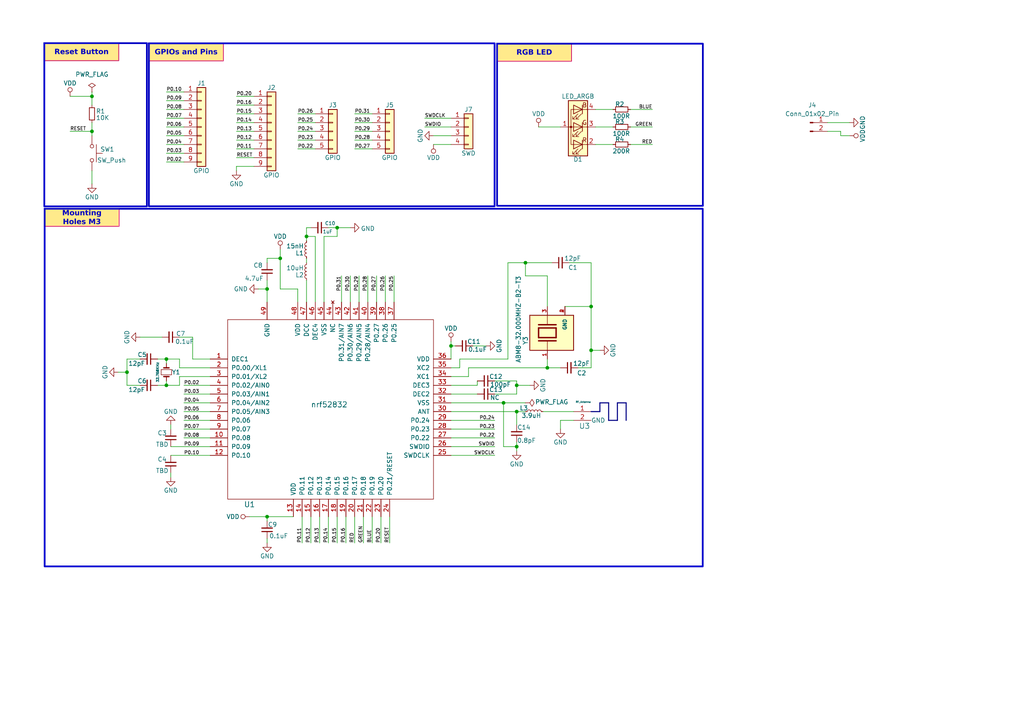
<source format=kicad_sch>
(kicad_sch (version 20250114) (generator "eeschema") (generator_version "9.0")
  (paper "A4")
  (title_block (title "hackaBLE") (date "2025-08-06") (rev "Ver 3.0") (company "electronut Labs") (comment 1 "Edit by Mohamed U3"))
  (lib_symbols
    (symbol "C_Small_1" (pin_numbers (hide yes)) (pin_names (offset 0.254) (hide yes))
      (property "Reference" "C" (at 0.254 1.778 0))
      (property "Value" "C_Small" (at 0.254 -2.032 0))
      (symbol "C_Small_1_1_1"
        (pin passive line (at 0 2.54 270) (length 2.032) (name "~") (number "1"))
        (pin passive line (at 0 -2.54 90) (length 2.032) (name "~") (number "2"))
      )
    )
    (symbol "C_Small_10" (pin_numbers (hide yes)) (pin_names (offset 0.254) (hide yes))
      (property "Reference" "C" (at 0.254 1.778 0))
      (property "Value" "C_Small" (at 0.254 -2.032 0))
      (symbol "C_Small_10_1_1"
        (pin passive line (at 0 2.54 270) (length 2.032) (name "~") (number "1"))
        (pin passive line (at 0 -2.54 90) (length 2.032) (name "~") (number "2"))
      )
    )
    (symbol "C_Small_11" (pin_numbers (hide yes)) (pin_names (offset 0.254) (hide yes))
      (property "Reference" "C" (at 0.254 1.778 0))
      (property "Value" "C_Small" (at 0.254 -2.032 0))
      (symbol "C_Small_11_1_1"
        (pin passive line (at 0 2.54 270) (length 2.032) (name "~") (number "1"))
        (pin passive line (at 0 -2.54 90) (length 2.032) (name "~") (number "2"))
      )
    )
    (symbol "C_Small_12" (pin_numbers (hide yes)) (pin_names (offset 0.254) (hide yes))
      (property "Reference" "C" (at 0.254 1.778 0))
      (property "Value" "C_Small" (at 0.254 -2.032 0))
      (symbol "C_Small_12_1_1"
        (pin passive line (at 0 2.54 270) (length 2.032) (name "~") (number "1"))
        (pin passive line (at 0 -2.54 90) (length 2.032) (name "~") (number "2"))
      )
    )
    (symbol "C_Small_13" (pin_numbers (hide yes)) (pin_names (offset 0.254) (hide yes))
      (property "Reference" "C" (at 0.254 1.778 0))
      (property "Value" "C_Small" (at 0.254 -2.032 0))
      (symbol "C_Small_13_1_1"
        (pin passive line (at 0 2.54 270) (length 2.032) (name "~") (number "1"))
        (pin passive line (at 0 -2.54 90) (length 2.032) (name "~") (number "2"))
      )
    )
    (symbol "C_Small_14" (pin_numbers (hide yes)) (pin_names (offset 0.254) (hide yes))
      (property "Reference" "C" (at 0.254 1.778 0))
      (property "Value" "C_Small" (at 0.254 -2.032 0))
      (symbol "C_Small_14_1_1"
        (pin passive line (at 0 2.54 270) (length 2.032) (name "~") (number "1"))
        (pin passive line (at 0 -2.54 90) (length 2.032) (name "~") (number "2"))
      )
    )
    (symbol "C_Small_15" (pin_numbers (hide yes)) (pin_names (offset 0.254) (hide yes))
      (property "Reference" "C" (at 0.254 1.778 0))
      (property "Value" "C_Small" (at 0.254 -2.032 0))
      (symbol "C_Small_15_1_1"
        (pin passive line (at 0 2.54 270) (length 2.032) (name "~") (number "1"))
        (pin passive line (at 0 -2.54 90) (length 2.032) (name "~") (number "2"))
      )
    )
    (symbol "C_Small_16" (pin_numbers (hide yes)) (pin_names (offset 0.254) (hide yes))
      (property "Reference" "C" (at 0.254 1.778 0))
      (property "Value" "C_Small" (at 0.254 -2.032 0))
      (symbol "C_Small_16_1_1"
        (pin passive line (at 0 2.54 270) (length 2.032) (name "~") (number "1"))
        (pin passive line (at 0 -2.54 90) (length 2.032) (name "~") (number "2"))
      )
    )
    (symbol "C_Small_17" (pin_numbers (hide yes)) (pin_names (offset 0.254) (hide yes))
      (property "Reference" "C" (at 0.254 1.778 0))
      (property "Value" "C_Small" (at 0.254 -2.032 0))
      (symbol "C_Small_17_1_1"
        (pin passive line (at 0 2.54 270) (length 2.032) (name "~") (number "1"))
        (pin passive line (at 0 -2.54 90) (length 2.032) (name "~") (number "2"))
      )
    )
    (symbol "C_Small_18" (pin_numbers (hide yes)) (pin_names (offset 0.254) (hide yes))
      (property "Reference" "C" (at 0.254 1.778 0))
      (property "Value" "C_Small" (at 0.254 -2.032 0))
      (symbol "C_Small_18_1_1"
        (pin passive line (at 0 2.54 270) (length 2.032) (name "~") (number "1"))
        (pin passive line (at 0 -2.54 90) (length 2.032) (name "~") (number "2"))
      )
    )
    (symbol "C_Small_19" (pin_numbers (hide yes)) (pin_names (offset 0.254) (hide yes))
      (property "Reference" "C" (at 0.254 1.778 0))
      (property "Value" "C_Small" (at 0.254 -2.032 0))
      (symbol "C_Small_19_1_1"
        (pin passive line (at 0 2.54 270) (length 2.032) (name "~") (number "1"))
        (pin passive line (at 0 -2.54 90) (length 2.032) (name "~") (number "2"))
      )
    )
    (symbol "C_Small_2" (pin_numbers (hide yes)) (pin_names (offset 0.254) (hide yes))
      (property "Reference" "C" (at 0.254 1.778 0))
      (property "Value" "C_Small" (at 0.254 -2.032 0))
      (symbol "C_Small_2_1_1"
        (pin passive line (at 0 2.54 270) (length 2.032) (name "~") (number "1"))
        (pin passive line (at 0 -2.54 90) (length 2.032) (name "~") (number "2"))
      )
    )
    (symbol "C_Small_20" (pin_numbers (hide yes)) (pin_names (offset 0.254) (hide yes))
      (property "Reference" "C" (at 0.254 1.778 0))
      (property "Value" "C_Small" (at 0.254 -2.032 0))
      (symbol "C_Small_20_1_1"
        (pin passive line (at 0 2.54 270) (length 2.032) (name "~") (number "1"))
        (pin passive line (at 0 -2.54 90) (length 2.032) (name "~") (number "2"))
      )
    )
    (symbol "C_Small_21" (pin_numbers (hide yes)) (pin_names (offset 0.254) (hide yes))
      (property "Reference" "C" (at 0.254 1.778 0))
      (property "Value" "C_Small" (at 0.254 -2.032 0))
      (symbol "C_Small_21_1_1"
        (pin passive line (at 0 2.54 270) (length 2.032) (name "~") (number "1"))
        (pin passive line (at 0 -2.54 90) (length 2.032) (name "~") (number "2"))
      )
    )
    (symbol "C_Small_22" (pin_numbers (hide yes)) (pin_names (offset 0.254) (hide yes))
      (property "Reference" "C" (at 0.254 1.778 0))
      (property "Value" "C_Small" (at 0.254 -2.032 0))
      (symbol "C_Small_22_1_1"
        (pin passive line (at 0 2.54 270) (length 2.032) (name "~") (number "1"))
        (pin passive line (at 0 -2.54 90) (length 2.032) (name "~") (number "2"))
      )
    )
    (symbol "C_Small_23" (pin_numbers (hide yes)) (pin_names (offset 0.254) (hide yes))
      (property "Reference" "C" (at 0.254 1.778 0))
      (property "Value" "C_Small" (at 0.254 -2.032 0))
      (symbol "C_Small_23_1_1"
        (pin passive line (at 0 2.54 270) (length 2.032) (name "~") (number "1"))
        (pin passive line (at 0 -2.54 90) (length 2.032) (name "~") (number "2"))
      )
    )
    (symbol "C_Small_24" (pin_numbers (hide yes)) (pin_names (offset 0.254) (hide yes))
      (property "Reference" "C" (at 0.254 1.778 0))
      (property "Value" "C_Small" (at 0.254 -2.032 0))
      (symbol "C_Small_24_1_1"
        (pin passive line (at 0 2.54 270) (length 2.032) (name "~") (number "1"))
        (pin passive line (at 0 -2.54 90) (length 2.032) (name "~") (number "2"))
      )
    )
    (symbol "C_Small_25" (pin_numbers (hide yes)) (pin_names (offset 0.254) (hide yes))
      (property "Reference" "C" (at 0.254 1.778 0))
      (property "Value" "C_Small" (at 0.254 -2.032 0))
      (symbol "C_Small_25_1_1"
        (pin passive line (at 0 2.54 270) (length 2.032) (name "~") (number "1"))
        (pin passive line (at 0 -2.54 90) (length 2.032) (name "~") (number "2"))
      )
    )
    (symbol "C_Small_26" (pin_numbers (hide yes)) (pin_names (offset 0.254) (hide yes))
      (property "Reference" "C" (at 0.254 1.778 0))
      (property "Value" "C_Small" (at 0.254 -2.032 0))
      (symbol "C_Small_26_1_1"
        (pin passive line (at 0 2.54 270) (length 2.032) (name "~") (number "1"))
        (pin passive line (at 0 -2.54 90) (length 2.032) (name "~") (number "2"))
      )
    )
    (symbol "C_Small_27" (pin_numbers (hide yes)) (pin_names (offset 0.254) (hide yes))
      (property "Reference" "C" (at 0.254 1.778 0))
      (property "Value" "C_Small" (at 0.254 -2.032 0))
      (symbol "C_Small_27_1_1"
        (pin passive line (at 0 2.54 270) (length 2.032) (name "~") (number "1"))
        (pin passive line (at 0 -2.54 90) (length 2.032) (name "~") (number "2"))
      )
    )
    (symbol "C_Small_28" (pin_numbers (hide yes)) (pin_names (offset 0.254) (hide yes))
      (property "Reference" "C" (at 0.254 1.778 0))
      (property "Value" "C_Small" (at 0.254 -2.032 0))
      (symbol "C_Small_28_1_1"
        (pin passive line (at 0 2.54 270) (length 2.032) (name "~") (number "1"))
        (pin passive line (at 0 -2.54 90) (length 2.032) (name "~") (number "2"))
      )
    )
    (symbol "C_Small_3" (pin_numbers (hide yes)) (pin_names (offset 0.254) (hide yes))
      (property "Reference" "C" (at 0.254 1.778 0))
      (property "Value" "C_Small" (at 0.254 -2.032 0))
      (symbol "C_Small_3_1_1"
        (pin passive line (at 0 2.54 270) (length 2.032) (name "~") (number "1"))
        (pin passive line (at 0 -2.54 90) (length 2.032) (name "~") (number "2"))
      )
    )
    (symbol "C_Small_4" (pin_numbers (hide yes)) (pin_names (offset 0.254) (hide yes))
      (property "Reference" "C" (at 0.254 1.778 0))
      (property "Value" "C_Small" (at 0.254 -2.032 0))
      (symbol "C_Small_4_1_1"
        (pin passive line (at 0 2.54 270) (length 2.032) (name "~") (number "1"))
        (pin passive line (at 0 -2.54 90) (length 2.032) (name "~") (number "2"))
      )
    )
    (symbol "C_Small_5" (pin_numbers (hide yes)) (pin_names (offset 0.254) (hide yes))
      (property "Reference" "C" (at 0.254 1.778 0))
      (property "Value" "C_Small" (at 0.254 -2.032 0))
      (symbol "C_Small_5_1_1"
        (pin passive line (at 0 2.54 270) (length 2.032) (name "~") (number "1"))
        (pin passive line (at 0 -2.54 90) (length 2.032) (name "~") (number "2"))
      )
    )
    (symbol "C_Small_6" (pin_numbers (hide yes)) (pin_names (offset 0.254) (hide yes))
      (property "Reference" "C" (at 0.254 1.778 0))
      (property "Value" "C_Small" (at 0.254 -2.032 0))
      (symbol "C_Small_6_1_1"
        (pin passive line (at 0 2.54 270) (length 2.032) (name "~") (number "1"))
        (pin passive line (at 0 -2.54 90) (length 2.032) (name "~") (number "2"))
      )
    )
    (symbol "C_Small_7" (pin_numbers (hide yes)) (pin_names (offset 0.254) (hide yes))
      (property "Reference" "C" (at 0.254 1.778 0))
      (property "Value" "C_Small" (at 0.254 -2.032 0))
      (symbol "C_Small_7_1_1"
        (pin passive line (at 0 2.54 270) (length 2.032) (name "~") (number "1"))
        (pin passive line (at 0 -2.54 90) (length 2.032) (name "~") (number "2"))
      )
    )
    (symbol "C_Small_8" (pin_numbers (hide yes)) (pin_names (offset 0.254) (hide yes))
      (property "Reference" "C" (at 0.254 1.778 0))
      (property "Value" "C_Small" (at 0.254 -2.032 0))
      (symbol "C_Small_8_1_1"
        (pin passive line (at 0 2.54 270) (length 2.032) (name "~") (number "1"))
        (pin passive line (at 0 -2.54 90) (length 2.032) (name "~") (number "2"))
      )
    )
    (symbol "C_Small_9" (pin_numbers (hide yes)) (pin_names (offset 0.254) (hide yes))
      (property "Reference" "C" (at 0.254 1.778 0))
      (property "Value" "C_Small" (at 0.254 -2.032 0))
      (symbol "C_Small_9_1_1"
        (pin passive line (at 0 2.54 270) (length 2.032) (name "~") (number "1"))
        (pin passive line (at 0 -2.54 90) (length 2.032) (name "~") (number "2"))
      )
    )
    (symbol "Conn_01x04_1" (pin_names (offset 1.016) (hide yes))
      (property "Reference" "J" (at 0 5.08 0))
      (property "Value" "Conn_01x04" (at 0 -7.62 0))
      (symbol "Conn_01x04_1_1_1"
        (pin passive line (at -5.08 2.54 0) (length 3.81) (name "Pin_1") (number "1"))
        (pin passive line (at -5.08 0 0) (length 3.81) (name "Pin_2") (number "2"))
        (pin passive line (at -5.08 -2.54 0) (length 3.81) (name "Pin_3") (number "3"))
        (pin passive line (at -5.08 -5.08 0) (length 3.81) (name "Pin_4") (number "4"))
      )
    )
    (symbol "Conn_01x05_1" (pin_names (offset 1.016) (hide yes))
      (property "Reference" "J" (at 0 7.62 0))
      (property "Value" "Conn_01x05" (at 0 -7.62 0))
      (symbol "Conn_01x05_1_1_1"
        (pin passive line (at -5.08 5.08 0) (length 3.81) (name "Pin_1") (number "1"))
        (pin passive line (at -5.08 2.54 0) (length 3.81) (name "Pin_2") (number "2"))
        (pin passive line (at -5.08 0 0) (length 3.81) (name "Pin_3") (number "3"))
        (pin passive line (at -5.08 -2.54 0) (length 3.81) (name "Pin_4") (number "4"))
        (pin passive line (at -5.08 -5.08 0) (length 3.81) (name "Pin_5") (number "5"))
      )
    )
    (symbol "Conn_01x05_2" (pin_names (offset 1.016) (hide yes))
      (property "Reference" "J" (at 0 7.62 0))
      (property "Value" "Conn_01x05" (at 0 -7.62 0))
      (symbol "Conn_01x05_2_1_1"
        (pin passive line (at -5.08 5.08 0) (length 3.81) (name "Pin_1") (number "1"))
        (pin passive line (at -5.08 2.54 0) (length 3.81) (name "Pin_2") (number "2"))
        (pin passive line (at -5.08 0 0) (length 3.81) (name "Pin_3") (number "3"))
        (pin passive line (at -5.08 -2.54 0) (length 3.81) (name "Pin_4") (number "4"))
        (pin passive line (at -5.08 -5.08 0) (length 3.81) (name "Pin_5") (number "5"))
      )
    )
    (symbol "Conn_01x05_3" (pin_names (offset 1.016) (hide yes))
      (property "Reference" "J" (at 0 7.62 0))
      (property "Value" "Conn_01x05" (at 0 -7.62 0))
      (symbol "Conn_01x05_3_1_1"
        (pin passive line (at -5.08 5.08 0) (length 3.81) (name "Pin_1") (number "1"))
        (pin passive line (at -5.08 2.54 0) (length 3.81) (name "Pin_2") (number "2"))
        (pin passive line (at -5.08 0 0) (length 3.81) (name "Pin_3") (number "3"))
        (pin passive line (at -5.08 -2.54 0) (length 3.81) (name "Pin_4") (number "4"))
        (pin passive line (at -5.08 -5.08 0) (length 3.81) (name "Pin_5") (number "5"))
      )
    )
    (symbol "Conn_01x05_4" (pin_names (offset 1.016) (hide yes))
      (property "Reference" "J" (at 0 7.62 0))
      (property "Value" "Conn_01x05" (at 0 -7.62 0))
      (symbol "Conn_01x05_4_1_1"
        (pin passive line (at -5.08 5.08 0) (length 3.81) (name "Pin_1") (number "1"))
        (pin passive line (at -5.08 2.54 0) (length 3.81) (name "Pin_2") (number "2"))
        (pin passive line (at -5.08 0 0) (length 3.81) (name "Pin_3") (number "3"))
        (pin passive line (at -5.08 -2.54 0) (length 3.81) (name "Pin_4") (number "4"))
        (pin passive line (at -5.08 -5.08 0) (length 3.81) (name "Pin_5") (number "5"))
      )
    )
    (symbol "Conn_01x09_1" (pin_names (offset 1.016) (hide yes))
      (property "Reference" "J" (at 0 12.7 0))
      (property "Value" "Conn_01x09" (at 0 -12.7 0))
      (symbol "Conn_01x09_1_1_1"
        (pin passive line (at -5.08 10.16 0) (length 3.81) (name "Pin_1") (number "1"))
        (pin passive line (at -5.08 7.62 0) (length 3.81) (name "Pin_2") (number "2"))
        (pin passive line (at -5.08 5.08 0) (length 3.81) (name "Pin_3") (number "3"))
        (pin passive line (at -5.08 2.54 0) (length 3.81) (name "Pin_4") (number "4"))
        (pin passive line (at -5.08 0 0) (length 3.81) (name "Pin_5") (number "5"))
        (pin passive line (at -5.08 -2.54 0) (length 3.81) (name "Pin_6") (number "6"))
        (pin passive line (at -5.08 -5.08 0) (length 3.81) (name "Pin_7") (number "7"))
        (pin passive line (at -5.08 -7.62 0) (length 3.81) (name "Pin_8") (number "8"))
        (pin passive line (at -5.08 -10.16 0) (length 3.81) (name "Pin_9") (number "9"))
      )
    )
    (symbol "Conn_01x09_2" (pin_names (offset 1.016) (hide yes))
      (property "Reference" "J" (at 0 12.7 0))
      (property "Value" "Conn_01x09" (at 0 -12.7 0))
      (symbol "Conn_01x09_2_1_1"
        (pin passive line (at -5.08 10.16 0) (length 3.81) (name "Pin_1") (number "1"))
        (pin passive line (at -5.08 7.62 0) (length 3.81) (name "Pin_2") (number "2"))
        (pin passive line (at -5.08 5.08 0) (length 3.81) (name "Pin_3") (number "3"))
        (pin passive line (at -5.08 2.54 0) (length 3.81) (name "Pin_4") (number "4"))
        (pin passive line (at -5.08 0 0) (length 3.81) (name "Pin_5") (number "5"))
        (pin passive line (at -5.08 -2.54 0) (length 3.81) (name "Pin_6") (number "6"))
        (pin passive line (at -5.08 -5.08 0) (length 3.81) (name "Pin_7") (number "7"))
        (pin passive line (at -5.08 -7.62 0) (length 3.81) (name "Pin_8") (number "8"))
        (pin passive line (at -5.08 -10.16 0) (length 3.81) (name "Pin_9") (number "9"))
      )
    )
    (symbol "Conn_01x09_3" (pin_names (offset 1.016) (hide yes))
      (property "Reference" "J" (at 0 12.7 0))
      (property "Value" "Conn_01x09" (at 0 -12.7 0))
      (symbol "Conn_01x09_3_1_1"
        (pin passive line (at -5.08 10.16 0) (length 3.81) (name "Pin_1") (number "1"))
        (pin passive line (at -5.08 7.62 0) (length 3.81) (name "Pin_2") (number "2"))
        (pin passive line (at -5.08 5.08 0) (length 3.81) (name "Pin_3") (number "3"))
        (pin passive line (at -5.08 2.54 0) (length 3.81) (name "Pin_4") (number "4"))
        (pin passive line (at -5.08 0 0) (length 3.81) (name "Pin_5") (number "5"))
        (pin passive line (at -5.08 -2.54 0) (length 3.81) (name "Pin_6") (number "6"))
        (pin passive line (at -5.08 -5.08 0) (length 3.81) (name "Pin_7") (number "7"))
        (pin passive line (at -5.08 -7.62 0) (length 3.81) (name "Pin_8") (number "8"))
        (pin passive line (at -5.08 -10.16 0) (length 3.81) (name "Pin_9") (number "9"))
      )
    )
    (symbol "Conn_01x09_4" (pin_names (offset 1.016) (hide yes))
      (property "Reference" "J" (at 0 12.7 0))
      (property "Value" "Conn_01x09" (at 0 -12.7 0))
      (symbol "Conn_01x09_4_1_1"
        (pin passive line (at -5.08 10.16 0) (length 3.81) (name "Pin_1") (number "1"))
        (pin passive line (at -5.08 7.62 0) (length 3.81) (name "Pin_2") (number "2"))
        (pin passive line (at -5.08 5.08 0) (length 3.81) (name "Pin_3") (number "3"))
        (pin passive line (at -5.08 2.54 0) (length 3.81) (name "Pin_4") (number "4"))
        (pin passive line (at -5.08 0 0) (length 3.81) (name "Pin_5") (number "5"))
        (pin passive line (at -5.08 -2.54 0) (length 3.81) (name "Pin_6") (number "6"))
        (pin passive line (at -5.08 -5.08 0) (length 3.81) (name "Pin_7") (number "7"))
        (pin passive line (at -5.08 -7.62 0) (length 3.81) (name "Pin_8") (number "8"))
        (pin passive line (at -5.08 -10.16 0) (length 3.81) (name "Pin_9") (number "9"))
      )
    )
    (symbol "Connector:Conn_01x02_Pin" (pin_names (offset 1.016) (hide yes))
      (property "Reference" "J" (at 0 2.54 0))
      (property "Value" "Conn_01x02_Pin" (at 0 -5.08 0))
      (symbol "Conn_01x02_Pin_1_1"
        (pin passive line (at 5.08 0 180) (length 3.81) (name "Pin_1") (number "1"))
        (pin passive line (at 5.08 -2.54 180) (length 3.81) (name "Pin_2") (number "2"))
      )
    )
    (symbol "Crystal_GND24_Small_1" (pin_names (offset 1.016) (hide yes))
      (property "Reference" "Y" (at 1.27 4.445 0))
      (property "Value" "Crystal_GND24_Small" (at 1.27 2.54 0))
      (symbol "Crystal_GND24_Small_1_1_1"
        (pin passive line (at -2.54 0 0) (length 1.27) (name "1") (number "1"))
        (pin passive line (at 0 3.175 270) (length 1.27) (name "4") (number "4"))
        (pin passive line (at 0 -3.175 90) (length 1.27) (name "2") (number "2"))
        (pin passive line (at 2.54 0 180) (length 1.27) (name "3") (number "3"))
      )
    )
    (symbol "Crystal_Small_1" (pin_numbers (hide yes)) (pin_names (offset 1.016) (hide yes))
      (property "Reference" "Y" (at 0 2.54 0))
      (property "Value" "Crystal_Small" (at 0 -2.54 0))
      (symbol "Crystal_Small_1_1_1"
        (pin passive line (at -2.54 0 0) (length 1.27) (name "1") (number "1"))
        (pin passive line (at 2.54 0 180) (length 1.27) (name "2") (number "2"))
      )
    )
    (symbol "Crystal_Small_2" (pin_numbers (hide yes)) (pin_names (offset 1.016) (hide yes))
      (property "Reference" "Y" (at 0 2.54 0))
      (property "Value" "Crystal_Small" (at 0 -2.54 0))
      (symbol "Crystal_Small_2_1_1"
        (pin passive line (at -2.54 0 0) (length 1.27) (name "1") (number "1"))
        (pin passive line (at 2.54 0 180) (length 1.27) (name "2") (number "2"))
      )
    )
    (symbol "GND_1" (power) (pin_names (offset 0))
      (property "Value" "GND" (at 0 -3.81 0))
      (symbol "GND_1_1_1"
        (pin power_in line (at 0 0 270) (length 0) (hide yes) (name "GND") (number "1"))
      )
    )
    (symbol "GND_10" (power) (pin_names (offset 0))
      (property "Value" "GND" (at 0 -3.81 0))
      (symbol "GND_10_1_1"
        (pin power_in line (at 0 0 270) (length 0) (hide yes) (name "GND") (number "1"))
      )
    )
    (symbol "GND_11" (power) (pin_names (offset 0))
      (property "Value" "GND" (at 0 -3.81 0))
      (symbol "GND_11_1_1"
        (pin power_in line (at 0 0 270) (length 0) (hide yes) (name "GND") (number "1"))
      )
    )
    (symbol "GND_12" (power) (pin_names (offset 0))
      (property "Value" "GND" (at 0 -3.81 0))
      (symbol "GND_12_1_1"
        (pin power_in line (at 0 0 270) (length 0) (hide yes) (name "GND") (number "1"))
      )
    )
    (symbol "GND_13" (power) (pin_names (offset 0))
      (property "Value" "GND" (at 0 -3.81 0))
      (symbol "GND_13_1_1"
        (pin power_in line (at 0 0 270) (length 0) (hide yes) (name "GND") (number "1"))
      )
    )
    (symbol "GND_14" (power) (pin_names (offset 0))
      (property "Value" "GND" (at 0 -3.81 0))
      (symbol "GND_14_1_1"
        (pin power_in line (at 0 0 270) (length 0) (hide yes) (name "GND") (number "1"))
      )
    )
    (symbol "GND_15" (power) (pin_names (offset 0))
      (property "Value" "GND" (at 0 -3.81 0))
      (symbol "GND_15_1_1"
        (pin power_in line (at 0 0 270) (length 0) (hide yes) (name "GND") (number "1"))
      )
    )
    (symbol "GND_16" (power) (pin_names (offset 0))
      (property "Value" "GND" (at 0 -3.81 0))
      (symbol "GND_16_1_1"
        (pin power_in line (at 0 0 270) (length 0) (hide yes) (name "GND") (number "1"))
      )
    )
    (symbol "GND_17" (power) (pin_names (offset 0))
      (property "Value" "GND" (at 0 -3.81 0))
      (symbol "GND_17_1_1"
        (pin power_in line (at 0 0 270) (length 0) (hide yes) (name "GND") (number "1"))
      )
    )
    (symbol "GND_18" (power) (pin_names (offset 0))
      (property "Value" "GND" (at 0 -3.81 0))
      (symbol "GND_18_1_1"
        (pin power_in line (at 0 0 270) (length 0) (hide yes) (name "GND") (number "1"))
      )
    )
    (symbol "GND_19" (power) (pin_names (offset 0))
      (property "Value" "GND" (at 0 -3.81 0))
      (symbol "GND_19_1_1"
        (pin power_in line (at 0 0 270) (length 0) (hide yes) (name "GND") (number "1"))
      )
    )
    (symbol "GND_2" (power) (pin_names (offset 0))
      (property "Value" "GND" (at 0 -3.81 0))
      (symbol "GND_2_1_1"
        (pin power_in line (at 0 0 270) (length 0) (hide yes) (name "GND") (number "1"))
      )
    )
    (symbol "GND_20" (power) (pin_names (offset 0))
      (property "Value" "GND" (at 0 -3.81 0))
      (symbol "GND_20_1_1"
        (pin power_in line (at 0 0 270) (length 0) (hide yes) (name "GND") (number "1"))
      )
    )
    (symbol "GND_21" (power) (pin_names (offset 0))
      (property "Value" "GND" (at 0 -3.81 0))
      (symbol "GND_21_1_1"
        (pin power_in line (at 0 0 270) (length 0) (hide yes) (name "GND") (number "1"))
      )
    )
    (symbol "GND_22" (power) (pin_names (offset 0))
      (property "Value" "GND" (at 0 -3.81 0))
      (symbol "GND_22_1_1"
        (pin power_in line (at 0 0 270) (length 0) (hide yes) (name "GND") (number "1"))
      )
    )
    (symbol "GND_23" (power) (pin_names (offset 0))
      (property "Value" "GND" (at 0 -3.81 0))
      (symbol "GND_23_1_1"
        (pin power_in line (at 0 0 270) (length 0) (hide yes) (name "GND") (number "1"))
      )
    )
    (symbol "GND_24" (power) (pin_names (offset 0))
      (property "Value" "GND" (at 0 -3.81 0))
      (symbol "GND_24_1_1"
        (pin power_in line (at 0 0 270) (length 0) (hide yes) (name "GND") (number "1"))
      )
    )
    (symbol "GND_25" (power) (pin_names (offset 0))
      (property "Value" "GND" (at 0 -3.81 0))
      (symbol "GND_25_1_1"
        (pin power_in line (at 0 0 270) (length 0) (hide yes) (name "GND") (number "1"))
      )
    )
    (symbol "GND_26" (power) (pin_names (offset 0))
      (property "Value" "GND" (at 0 -3.81 0))
      (symbol "GND_26_1_1"
        (pin power_in line (at 0 0 270) (length 0) (hide yes) (name "GND") (number "1"))
      )
    )
    (symbol "GND_27" (power) (pin_names (offset 0))
      (property "Value" "GND" (at 0 -3.81 0))
      (symbol "GND_27_1_1"
        (pin power_in line (at 0 0 270) (length 0) (hide yes) (name "GND") (number "1"))
      )
    )
    (symbol "GND_28" (power) (pin_names (offset 0))
      (property "Value" "GND" (at 0 -3.81 0))
      (symbol "GND_28_1_1"
        (pin power_in line (at 0 0 270) (length 0) (hide yes) (name "GND") (number "1"))
      )
    )
    (symbol "GND_29" (power) (pin_names (offset 0))
      (property "Value" "GND" (at 0 -3.81 0))
      (symbol "GND_29_1_1"
        (pin power_in line (at 0 0 270) (length 0) (hide yes) (name "GND") (number "1"))
      )
    )
    (symbol "GND_3" (power) (pin_names (offset 0))
      (property "Value" "GND" (at 0 -3.81 0))
      (symbol "GND_3_1_1"
        (pin power_in line (at 0 0 270) (length 0) (hide yes) (name "GND") (number "1"))
      )
    )
    (symbol "GND_30" (power) (pin_names (offset 0))
      (property "Value" "GND" (at 0 -3.81 0))
      (symbol "GND_30_1_1"
        (pin power_in line (at 0 0 270) (length 0) (hide yes) (name "GND") (number "1"))
      )
    )
    (symbol "GND_4" (power) (pin_names (offset 0))
      (property "Value" "GND" (at 0 -3.81 0))
      (symbol "GND_4_1_1"
        (pin power_in line (at 0 0 270) (length 0) (hide yes) (name "GND") (number "1"))
      )
    )
    (symbol "GND_5" (power) (pin_names (offset 0))
      (property "Value" "GND" (at 0 -3.81 0))
      (symbol "GND_5_1_1"
        (pin power_in line (at 0 0 270) (length 0) (hide yes) (name "GND") (number "1"))
      )
    )
    (symbol "GND_6" (power) (pin_names (offset 0))
      (property "Value" "GND" (at 0 -3.81 0))
      (symbol "GND_6_1_1"
        (pin power_in line (at 0 0 270) (length 0) (hide yes) (name "GND") (number "1"))
      )
    )
    (symbol "GND_7" (power) (pin_names (offset 0))
      (property "Value" "GND" (at 0 -3.81 0))
      (symbol "GND_7_1_1"
        (pin power_in line (at 0 0 270) (length 0) (hide yes) (name "GND") (number "1"))
      )
    )
    (symbol "GND_8" (power) (pin_names (offset 0))
      (property "Value" "GND" (at 0 -3.81 0))
      (symbol "GND_8_1_1"
        (pin power_in line (at 0 0 270) (length 0) (hide yes) (name "GND") (number "1"))
      )
    )
    (symbol "GND_9" (power) (pin_names (offset 0))
      (property "Value" "GND" (at 0 -3.81 0))
      (symbol "GND_9_1_1"
        (pin power_in line (at 0 0 270) (length 0) (hide yes) (name "GND") (number "1"))
      )
    )
    (symbol "LED_ARGB_1" (pin_names (offset 0) (hide yes))
      (property "Reference" "D" (at 0 9.398 0))
      (property "Value" "LED_ARGB" (at 0 -8.89 0))
      (symbol "LED_ARGB_1_0_0"
        (text "R" (at -1.905 3.81 0) (effects (font (size 1.27 1.27))))
        (text "G" (at -1.905 -1.27 0) (effects (font (size 1.27 1.27))))
        (text "B" (at -1.905 -6.35 0) (effects (font (size 1.27 1.27))))
      )
      (symbol "LED_ARGB_1_1_1"
        (pin passive line (at -5.08 5.08 0) (length 2.54) (name "RK") (number "2"))
        (pin passive line (at -5.08 0 0) (length 2.54) (name "GK") (number "3"))
        (pin passive line (at -5.08 -5.08 0) (length 2.54) (name "BK") (number "4"))
        (pin passive line (at 5.08 0 180) (length 2.54) (name "A") (number "1"))
      )
    )
    (symbol "LED_ARGB_2" (pin_names (offset 0) (hide yes))
      (property "Reference" "D" (at 0 9.398 0))
      (property "Value" "LED_ARGB" (at 0 -8.89 0))
      (symbol "LED_ARGB_2_0_0"
        (text "R" (at -1.905 3.81 0) (effects (font (size 1.27 1.27))))
        (text "G" (at -1.905 -1.27 0) (effects (font (size 1.27 1.27))))
        (text "B" (at -1.905 -6.35 0) (effects (font (size 1.27 1.27))))
      )
      (symbol "LED_ARGB_2_1_1"
        (pin passive line (at -5.08 5.08 0) (length 2.54) (name "RK") (number "2"))
        (pin passive line (at -5.08 0 0) (length 2.54) (name "GK") (number "3"))
        (pin passive line (at -5.08 -5.08 0) (length 2.54) (name "BK") (number "4"))
        (pin passive line (at 5.08 0 180) (length 2.54) (name "A") (number "1"))
      )
    )
    (symbol "L_Small_1" (pin_numbers (hide yes)) (pin_names (offset 0.254) (hide yes))
      (property "Reference" "L" (at 0.762 1.016 0))
      (property "Value" "L_Small" (at 0.762 -1.016 0))
      (symbol "L_Small_1_1_1"
        (pin passive line (at 0 2.54 270) (length 0.508) (name "~") (number "1"))
        (pin passive line (at 0 -2.54 90) (length 0.508) (name "~") (number "2"))
      )
    )
    (symbol "L_Small_2" (pin_numbers (hide yes)) (pin_names (offset 0.254) (hide yes))
      (property "Reference" "L" (at 0.762 1.016 0))
      (property "Value" "L_Small" (at 0.762 -1.016 0))
      (symbol "L_Small_2_1_1"
        (pin passive line (at 0 2.54 270) (length 0.508) (name "~") (number "1"))
        (pin passive line (at 0 -2.54 90) (length 0.508) (name "~") (number "2"))
      )
    )
    (symbol "L_Small_3" (pin_numbers (hide yes)) (pin_names (offset 0.254) (hide yes))
      (property "Reference" "L" (at 0.762 1.016 0))
      (property "Value" "L_Small" (at 0.762 -1.016 0))
      (symbol "L_Small_3_1_1"
        (pin passive line (at 0 2.54 270) (length 0.508) (name "~") (number "1"))
        (pin passive line (at 0 -2.54 90) (length 0.508) (name "~") (number "2"))
      )
    )
    (symbol "L_Small_4" (pin_numbers (hide yes)) (pin_names (offset 0.254) (hide yes))
      (property "Reference" "L" (at 0.762 1.016 0))
      (property "Value" "L_Small" (at 0.762 -1.016 0))
      (symbol "L_Small_4_1_1"
        (pin passive line (at 0 2.54 270) (length 0.508) (name "~") (number "1"))
        (pin passive line (at 0 -2.54 90) (length 0.508) (name "~") (number "2"))
      )
    )
    (symbol "L_Small_5" (pin_numbers (hide yes)) (pin_names (offset 0.254) (hide yes))
      (property "Reference" "L" (at 0.762 1.016 0))
      (property "Value" "L_Small" (at 0.762 -1.016 0))
      (symbol "L_Small_5_1_1"
        (pin passive line (at 0 2.54 270) (length 0.508) (name "~") (number "1"))
        (pin passive line (at 0 -2.54 90) (length 0.508) (name "~") (number "2"))
      )
    )
    (symbol "L_Small_6" (pin_numbers (hide yes)) (pin_names (offset 0.254) (hide yes))
      (property "Reference" "L" (at 0.762 1.016 0))
      (property "Value" "L_Small" (at 0.762 -1.016 0))
      (symbol "L_Small_6_1_1"
        (pin passive line (at 0 2.54 270) (length 0.508) (name "~") (number "1"))
        (pin passive line (at 0 -2.54 90) (length 0.508) (name "~") (number "2"))
      )
    )
    (symbol "R_Small_1" (pin_numbers (hide yes)) (pin_names (offset 0.254) (hide yes))
      (property "Reference" "R" (at 0.762 0.508 0))
      (property "Value" "R_Small" (at 0.762 -1.016 0))
      (symbol "R_Small_1_1_1"
        (pin passive line (at 0 2.54 270) (length 0.762) (name "~") (number "1"))
        (pin passive line (at 0 -2.54 90) (length 0.762) (name "~") (number "2"))
      )
    )
    (symbol "R_Small_2" (pin_numbers (hide yes)) (pin_names (offset 0.254) (hide yes))
      (property "Reference" "R" (at 0.762 0.508 0))
      (property "Value" "R_Small" (at 0.762 -1.016 0))
      (symbol "R_Small_2_1_1"
        (pin passive line (at 0 2.54 270) (length 0.762) (name "~") (number "1"))
        (pin passive line (at 0 -2.54 90) (length 0.762) (name "~") (number "2"))
      )
    )
    (symbol "R_Small_3" (pin_numbers (hide yes)) (pin_names (offset 0.254) (hide yes))
      (property "Reference" "R" (at 0.762 0.508 0))
      (property "Value" "R_Small" (at 0.762 -1.016 0))
      (symbol "R_Small_3_1_1"
        (pin passive line (at 0 2.54 270) (length 0.762) (name "~") (number "1"))
        (pin passive line (at 0 -2.54 90) (length 0.762) (name "~") (number "2"))
      )
    )
    (symbol "R_Small_4" (pin_numbers (hide yes)) (pin_names (offset 0.254) (hide yes))
      (property "Reference" "R" (at 0.762 0.508 0))
      (property "Value" "R_Small" (at 0.762 -1.016 0))
      (symbol "R_Small_4_1_1"
        (pin passive line (at 0 2.54 270) (length 0.762) (name "~") (number "1"))
        (pin passive line (at 0 -2.54 90) (length 0.762) (name "~") (number "2"))
      )
    )
    (symbol "R_Small_5" (pin_numbers (hide yes)) (pin_names (offset 0.254) (hide yes))
      (property "Reference" "R" (at 0.762 0.508 0))
      (property "Value" "R_Small" (at 0.762 -1.016 0))
      (symbol "R_Small_5_1_1"
        (pin passive line (at 0 2.54 270) (length 0.762) (name "~") (number "1"))
        (pin passive line (at 0 -2.54 90) (length 0.762) (name "~") (number "2"))
      )
    )
    (symbol "R_Small_6" (pin_numbers (hide yes)) (pin_names (offset 0.254) (hide yes))
      (property "Reference" "R" (at 0.762 0.508 0))
      (property "Value" "R_Small" (at 0.762 -1.016 0))
      (symbol "R_Small_6_1_1"
        (pin passive line (at 0 2.54 270) (length 0.762) (name "~") (number "1"))
        (pin passive line (at 0 -2.54 90) (length 0.762) (name "~") (number "2"))
      )
    )
    (symbol "R_Small_7" (pin_numbers (hide yes)) (pin_names (offset 0.254) (hide yes))
      (property "Reference" "R" (at 0.762 0.508 0))
      (property "Value" "R_Small" (at 0.762 -1.016 0))
      (symbol "R_Small_7_1_1"
        (pin passive line (at 0 2.54 270) (length 0.762) (name "~") (number "1"))
        (pin passive line (at 0 -2.54 90) (length 0.762) (name "~") (number "2"))
      )
    )
    (symbol "R_Small_8" (pin_numbers (hide yes)) (pin_names (offset 0.254) (hide yes))
      (property "Reference" "R" (at 0.762 0.508 0))
      (property "Value" "R_Small" (at 0.762 -1.016 0))
      (symbol "R_Small_8_1_1"
        (pin passive line (at 0 2.54 270) (length 0.762) (name "~") (number "1"))
        (pin passive line (at 0 -2.54 90) (length 0.762) (name "~") (number "2"))
      )
    )
    (symbol "SparkFun-Clock:ABM8-32.000MHZ-B2-T3" (pin_names (offset 1.016))
      (property "Reference" "Y" (at -5.0878 6.3559 0))
      (property "Value" "ABM8-32.000MHZ-B2-T3" (at -5.0944 -10.16 0))
      (symbol "ABM8-32.000MHZ-B2-T3_0_0"
        (pin passive line (at -7.62 0 0) (length 2.54) (name "~") (number "1"))
        (pin passive line (at 7.62 0 180) (length 2.54) (name "~") (number "3"))
        (pin power_in line (at 7.62 -5.08 180) (length 2.54) (name "GND") (number "2"))
        (pin power_in line (at 7.62 -5.08 180) (length 2.54) (name "GND") (number "4"))
      )
    )
    (symbol "VDD_1" (power) (pin_names (offset 0))
      (property "Value" "VDD" (at 0 3.81 0))
      (symbol "VDD_1_1_1"
        (pin power_in line (at 0 0 90) (length 0) (hide yes) (name "VDD") (number "1"))
      )
    )
    (symbol "VDD_10" (power) (pin_names (offset 0))
      (property "Value" "VDD" (at 0 3.81 0))
      (symbol "VDD_10_1_1"
        (pin power_in line (at 0 0 90) (length 0) (hide yes) (name "VDD") (number "1"))
      )
    )
    (symbol "VDD_11" (power) (pin_names (offset 0))
      (property "Value" "VDD" (at 0 3.81 0))
      (symbol "VDD_11_1_1"
        (pin power_in line (at 0 0 90) (length 0) (hide yes) (name "VDD") (number "1"))
      )
    )
    (symbol "VDD_12" (power) (pin_names (offset 0))
      (property "Value" "VDD" (at 0 3.81 0))
      (symbol "VDD_12_1_1"
        (pin power_in line (at 0 0 90) (length 0) (hide yes) (name "VDD") (number "1"))
      )
    )
    (symbol "VDD_2" (power) (pin_names (offset 0))
      (property "Value" "VDD" (at 0 3.81 0))
      (symbol "VDD_2_1_1"
        (pin power_in line (at 0 0 90) (length 0) (hide yes) (name "VDD") (number "1"))
      )
    )
    (symbol "VDD_3" (power) (pin_names (offset 0))
      (property "Value" "VDD" (at 0 3.81 0))
      (symbol "VDD_3_1_1"
        (pin power_in line (at 0 0 90) (length 0) (hide yes) (name "VDD") (number "1"))
      )
    )
    (symbol "VDD_4" (power) (pin_names (offset 0))
      (property "Value" "VDD" (at 0 3.81 0))
      (symbol "VDD_4_1_1"
        (pin power_in line (at 0 0 90) (length 0) (hide yes) (name "VDD") (number "1"))
      )
    )
    (symbol "VDD_5" (power) (pin_names (offset 0))
      (property "Value" "VDD" (at 0 3.81 0))
      (symbol "VDD_5_1_1"
        (pin power_in line (at 0 0 90) (length 0) (hide yes) (name "VDD") (number "1"))
      )
    )
    (symbol "VDD_6" (power) (pin_names (offset 0))
      (property "Value" "VDD" (at 0 3.81 0))
      (symbol "VDD_6_1_1"
        (pin power_in line (at 0 0 90) (length 0) (hide yes) (name "VDD") (number "1"))
      )
    )
    (symbol "VDD_7" (power) (pin_names (offset 0))
      (property "Value" "VDD" (at 0 3.81 0))
      (symbol "VDD_7_1_1"
        (pin power_in line (at 0 0 90) (length 0) (hide yes) (name "VDD") (number "1"))
      )
    )
    (symbol "VDD_8" (power) (pin_names (offset 0))
      (property "Value" "VDD" (at 0 3.81 0))
      (symbol "VDD_8_1_1"
        (pin power_in line (at 0 0 90) (length 0) (hide yes) (name "VDD") (number "1"))
      )
    )
    (symbol "VDD_9" (power) (pin_names (offset 0))
      (property "Value" "VDD" (at 0 3.81 0))
      (symbol "VDD_9_1_1"
        (pin power_in line (at 0 0 90) (length 0) (hide yes) (name "VDD") (number "1"))
      )
    )
    (symbol "hackaBLE-rescue:Conn_01x04" (pin_names (offset 1.016) (hide yes))
      (property "Reference" "J" (at 0 5.08 0))
      (property "Value" "Conn_01x04" (at 0 -7.62 0))
      (symbol "Conn_01x04_1_1"
        (pin passive line (at -5.08 2.54 0) (length 3.81) (name "Pin_1") (number "1"))
        (pin passive line (at -5.08 0 0) (length 3.81) (name "Pin_2") (number "2"))
        (pin passive line (at -5.08 -2.54 0) (length 3.81) (name "Pin_3") (number "3"))
        (pin passive line (at -5.08 -5.08 0) (length 3.81) (name "Pin_4") (number "4"))
      )
    )
    (symbol "hackaBLE:RF_Antenna" (pin_names (offset 0.0254))
      (property "Reference" "U" (at 0.889 -3.048 0))
      (property "Value" "RF_Antenna" (at -0.635 3.556 0))
      (symbol "RF_Antenna_1_1"
        (pin input line (at 0 1.143 0) (length 5.08) (name "~") (number "1"))
        (pin input line (at 0 -1.397 0) (length 5.08) (name "GND") (number "2"))
      )
    )
    (symbol "hackaBLE:SW_Push" (pin_numbers (hide yes)) (pin_names (offset 1.016) (hide yes))
      (property "Reference" "SW" (at 1.27 2.54 0))
      (property "Value" "SW_Push" (at 0 -1.524 0))
      (symbol "SW_Push_0_1"
        (pin passive line (at -5.08 0 0) (length 2.54) (name "1") (number "1"))
        (pin passive line (at 5.08 0 180) (length 2.54) (name "2") (number "2"))
      )
    )
    (symbol "nrf52832-RESCUE-hackaBLE_1" (pin_names (offset 1.016))
      (property "Reference" "U" (at 5.08 -24.384 0))
      (property "Value" "nrf52832-RESCUE-hackaBLE" (at 5.715 45.593 0))
      (symbol "nrf52832-RESCUE-hackaBLE_1_1_1"
        (pin input line (at -28.067 25.4 0) (length 5.08) (name "DEC1") (number "1"))
        (pin input line (at -28.067 22.86 0) (length 5.08) (name "P0.00/XL1") (number "2"))
        (pin input line (at -28.067 20.32 0) (length 5.08) (name "P0.01/XL2") (number "3"))
        (pin input line (at -28.067 17.78 0) (length 5.08) (name "P0.02/AIN0") (number "4"))
        (pin input line (at -28.067 15.24 0) (length 5.08) (name "P0.03/AIN1") (number "5"))
        (pin input line (at -28.067 12.7 0) (length 5.08) (name "P0.04/AIN2") (number "6"))
        (pin input line (at -28.067 10.16 0) (length 5.08) (name "P0.05/AIN3") (number "7"))
        (pin output line (at -28.067 7.62 0) (length 5.08) (name "P0.06") (number "8"))
        (pin input line (at -28.067 5.08 0) (length 5.08) (name "P0.07") (number "9"))
        (pin input line (at -28.067 2.54 0) (length 5.08) (name "P0.08") (number "10"))
        (pin input line (at -28.067 0 0) (length 5.08) (name "P0.09") (number "11"))
        (pin input line (at -28.067 -2.54 0) (length 5.08) (name "P0.10") (number "12"))
        (pin power_in line (at -16.129 42.291 270) (length 5.08) (name "GND") (number "49"))
        (pin passive line (at -7.366 42.291 270) (length 5.08) (name "VDD") (number "48"))
        (pin passive line (at -7.366 -20.32 90) (length 5.08) (name "VDD") (number "13"))
        (pin input line (at -4.953 42.291 270) (length 5.08) (name "DCC") (number "47"))
        (pin input line (at -4.953 -20.447 90) (length 5.08) (name "P0.11") (number "14"))
        (pin input line (at -2.413 42.291 270) (length 5.08) (name "DEC4") (number "46"))
        (pin input line (at -2.413 -20.447 90) (length 5.08) (name "P0.12") (number "15"))
        (pin power_in line (at 0.127 42.291 270) (length 5.08) (name "VSS") (number "45"))
        (pin input line (at 0.127 -20.447 90) (length 5.08) (name "P0.13") (number "16"))
        (pin no_connect line (at 2.667 42.291 270) (length 5.08) (name "NC") (number "44"))
        (pin input line (at 2.667 -20.447 90) (length 5.08) (name "P0.14") (number "17"))
        (pin bidirectional line (at 5.207 42.291 270) (length 5.08) (name "P0.31/AIN7") (number "43"))
        (pin input line (at 5.207 -20.447 90) (length 5.08) (name "P0.15") (number "18"))
        (pin bidirectional line (at 7.747 42.291 270) (length 5.08) (name "P0.30/AIN6") (number "42"))
        (pin input line (at 7.747 -20.447 90) (length 5.08) (name "P0.16") (number "19"))
        (pin bidirectional line (at 10.287 42.291 270) (length 5.08) (name "P0.29/AIN5") (number "41"))
        (pin input line (at 10.287 -20.447 90) (length 5.08) (name "P0.17") (number "20"))
        (pin bidirectional line (at 12.827 42.291 270) (length 5.08) (name "P0.28/AIN4") (number "40"))
        (pin input line (at 12.827 -20.447 90) (length 5.08) (name "P0.18") (number "21"))
        (pin bidirectional line (at 15.367 42.291 270) (length 5.08) (name "P0.27") (number "39"))
        (pin input line (at 15.367 -20.447 90) (length 5.08) (name "P0.19") (number "22"))
        (pin bidirectional line (at 17.907 42.291 270) (length 5.08) (name "P0.26") (number "38"))
        (pin input line (at 17.907 -20.447 90) (length 5.08) (name "P0.20") (number "23"))
        (pin bidirectional line (at 20.447 42.291 270) (length 5.08) (name "P0.25") (number "37"))
        (pin input line (at 20.447 -20.447 90) (length 5.08) (name "P0.21/RESET") (number "24"))
        (pin passive line (at 40.767 25.273 180) (length 5.08) (name "VDD") (number "36"))
        (pin input line (at 40.767 22.733 180) (length 5.08) (name "XC2") (number "35"))
        (pin input line (at 40.767 20.193 180) (length 5.08) (name "XC1") (number "34"))
        (pin input line (at 40.767 17.653 180) (length 5.08) (name "DEC3") (number "33"))
        (pin input line (at 40.767 15.113 180) (length 5.08) (name "DEC2") (number "32"))
        (pin power_in line (at 40.767 12.573 180) (length 5.08) (name "VSS") (number "31"))
        (pin input line (at 40.767 10.033 180) (length 5.08) (name "ANT") (number "30"))
        (pin bidirectional line (at 40.767 7.493 180) (length 5.08) (name "P0.24") (number "29"))
        (pin bidirectional line (at 40.767 4.953 180) (length 5.08) (name "P0.23") (number "28"))
        (pin bidirectional line (at 40.767 2.413 180) (length 5.08) (name "P0.22") (number "27"))
        (pin bidirectional line (at 40.767 -0.127 180) (length 5.08) (name "SWDIO") (number "26"))
        (pin bidirectional line (at 40.767 -2.667 180) (length 5.08) (name "SWDCLK") (number "25"))
      )
    )
    (symbol "nrf52832-RESCUE-hackaBLE_2" (pin_names (offset 1.016))
      (property "Reference" "U1" (at -16.51 -16.764 0))
      (property "Value" "nrf52832" (at 6.604 12.192 0))
      (symbol "nrf52832-RESCUE-hackaBLE_2_1_1"
        (pin input line (at -27.94 25.4 0) (length 5.08) (name "DEC1") (number "1"))
        (pin input line (at -27.94 22.86 0) (length 5.08) (name "P0.00/XL1") (number "2"))
        (pin input line (at -27.94 20.32 0) (length 5.08) (name "P0.01/XL2") (number "3"))
        (pin input line (at -27.94 17.78 0) (length 5.08) (name "P0.02/AIN0") (number "4"))
        (pin input line (at -27.94 15.24 0) (length 5.08) (name "P0.03/AIN1") (number "5"))
        (pin input line (at -27.94 12.7 0) (length 5.08) (name "P0.04/AIN2") (number "6"))
        (pin input line (at -27.94 10.16 0) (length 5.08) (name "P0.05/AIN3") (number "7"))
        (pin output line (at -27.94 7.62 0) (length 5.08) (name "P0.06") (number "8"))
        (pin input line (at -27.94 5.08 0) (length 5.08) (name "P0.07") (number "9"))
        (pin input line (at -27.94 2.54 0) (length 5.08) (name "P0.08") (number "10"))
        (pin input line (at -27.94 0 0) (length 5.08) (name "P0.09") (number "11"))
        (pin input line (at -27.94 -2.54 0) (length 5.08) (name "P0.10") (number "12"))
        (pin power_in line (at -11.43 41.91 270) (length 5.08) (name "GND") (number "49"))
        (pin passive line (at -3.81 -20.32 90) (length 5.08) (name "VDD") (number "13"))
        (pin passive line (at -2.54 41.91 270) (length 5.08) (name "VDD") (number "48"))
        (pin input line (at -1.27 -20.32 90) (length 5.08) (name "P0.11") (number "14"))
        (pin input line (at 0 41.91 270) (length 5.08) (name "DCC") (number "47"))
        (pin input line (at 1.27 -20.32 90) (length 5.08) (name "P0.12") (number "15"))
        (pin input line (at 2.54 41.91 270) (length 5.08) (name "DEC4") (number "46"))
        (pin input line (at 3.81 -20.32 90) (length 5.08) (name "P0.13") (number "16"))
        (pin power_in line (at 5.08 41.91 270) (length 5.08) (name "VSS") (number "45"))
        (pin input line (at 6.35 -20.32 90) (length 5.08) (name "P0.14") (number "17"))
        (pin no_connect line (at 7.62 41.91 270) (length 5.08) (name "NC") (number "44"))
        (pin input line (at 8.89 -20.32 90) (length 5.08) (name "P0.15") (number "18"))
        (pin bidirectional line (at 10.16 41.91 270) (length 5.08) (name "P0.31/AIN7") (number "43"))
        (pin input line (at 11.43 -20.32 90) (length 5.08) (name "P0.16") (number "19"))
        (pin bidirectional line (at 12.7 41.91 270) (length 5.08) (name "P0.30/AIN6") (number "42"))
        (pin input line (at 13.97 -20.32 90) (length 5.08) (name "P0.17") (number "20"))
        (pin bidirectional line (at 15.24 41.91 270) (length 5.08) (name "P0.29/AIN5") (number "41"))
        (pin input line (at 16.51 -20.32 90) (length 5.08) (name "P0.18") (number "21"))
        (pin bidirectional line (at 17.78 41.91 270) (length 5.08) (name "P0.28/AIN4") (number "40"))
        (pin input line (at 19.05 -20.32 90) (length 5.08) (name "P0.19") (number "22"))
        (pin bidirectional line (at 20.32 41.91 270) (length 5.08) (name "P0.27") (number "39"))
        (pin input line (at 21.59 -20.32 90) (length 5.08) (name "P0.20") (number "23"))
        (pin bidirectional line (at 22.86 41.91 270) (length 5.08) (name "P0.26") (number "38"))
        (pin input line (at 24.13 -20.32 90) (length 5.08) (name "P0.21/RESET") (number "24"))
        (pin bidirectional line (at 25.4 41.91 270) (length 5.08) (name "P0.25") (number "37"))
        (pin passive line (at 41.91 25.4 180) (length 5.08) (name "VDD") (number "36"))
        (pin input line (at 41.91 22.86 180) (length 5.08) (name "XC2") (number "35"))
        (pin input line (at 41.91 20.32 180) (length 5.08) (name "XC1") (number "34"))
        (pin input line (at 41.91 17.78 180) (length 5.08) (name "DEC3") (number "33"))
        (pin input line (at 41.91 15.24 180) (length 5.08) (name "DEC2") (number "32"))
        (pin power_in line (at 41.91 12.7 180) (length 5.08) (name "VSS") (number "31"))
        (pin input line (at 41.91 10.16 180) (length 5.08) (name "ANT") (number "30"))
        (pin bidirectional line (at 41.91 7.62 180) (length 5.08) (name "P0.24") (number "29"))
        (pin bidirectional line (at 41.91 5.08 180) (length 5.08) (name "P0.23") (number "28"))
        (pin bidirectional line (at 41.91 2.54 180) (length 5.08) (name "P0.22") (number "27"))
        (pin bidirectional line (at 41.91 0 180) (length 5.08) (name "SWDIO") (number "26"))
        (pin bidirectional line (at 41.91 -2.54 180) (length 5.08) (name "SWDCLK") (number "25"))
      )
    )
    (symbol "power:PWR_FLAG" (power) (pin_numbers (hide yes)) (pin_names (offset 0) (hide yes))
      (property "Value" "PWR_FLAG" (at 0 3.81 0))
      (symbol "PWR_FLAG_0_0"
        (pin power_out line (at 0 0 90) (length 0) (name "~") (number "1"))
      )
    )
  )
  (rectangle (start 12.95 60.55) (end 203.82 164.28) (stroke (width 0.508)))
  (rectangle (start 43.19 12.57) (end 143.45 59.83) (stroke (width 0.508)))
  (rectangle (start 144.17 12.67) (end 203.86 59.69) (stroke (width 0.508)))
  (rectangle (start 12.85 12.52) (end 42.6 59.86) (stroke (width 0.508)))
  (text_box "RGB LED" (at 144.17 12.67 0) (size 21.59 5.08) (margins 1.27 1.27 1.27 1.27) (stroke (width 0.254) (color 211 37 112 1)) (fill (type color) (color 255 234 139 1)) (effects (font (size 1.524 1.524) (bold yes))))
  (text_box "GPIOs and Pins" (at 43.19 12.57 0) (size 21.59 5.08) (margins 1.27 1.27 1.27 1.27) (stroke (width 0.254) (color 211 37 112 1)) (fill (type color) (color 255 234 139 1)) (effects (font (size 1.524 1.524) (bold yes))))
  (text_box "Reset Button" (at 12.85 12.52 0) (size 21.59 5.08) (margins 1.27 1.27 1.27 1.27) (stroke (width 0.254) (color 211 37 112 1)) (fill (type color) (color 255 234 139 1)) (effects (font (size 1.524 1.524) (bold yes))))
  (text_box "Mounting Holes M3" (at 12.95 60.55 0) (size 21.59 5.08) (margins 1.27 1.27 1.27 1.27) (stroke (width 0.254) (color 211 37 112 1)) (fill (type color) (color 255 234 139 1)) (effects (font (size 1.524 1.524) (bold yes))))
  (junction (at 171.45 88.9))
  (junction (at 48.26 111.76))
  (junction (at 26.67 38.1))
  (junction (at 36.83 107.95))
  (junction (at 77.47 83.82))
  (junction (at 81.28 74.93))
  (junction (at 149.86 129.54))
  (junction (at 26.67 27.94))
  (junction (at 149.86 111.76))
  (junction (at 171.45 101.6))
  (junction (at 130.81 100.33))
  (junction (at 97.79 66.04))
  (junction (at 152.4 76.2))
  (junction (at 77.47 149.86))
  (junction (at 48.26 104.14))
  (junction (at 149.86 119.38))
  (junction (at 146.05 116.84))
  (junction (at 158.75 106.68))
  (junction (at 88.9 68.58))
  (wire (pts (xy 172.72 31.75) (xy 177.8 31.75)))
  (wire (pts (xy 171.45 106.68) (xy 167.64 106.68)))
  (wire (pts (xy 102.87 35.56) (xy 107.95 35.56)))
  (wire (pts (xy 88.9 66.04) (xy 90.17 66.04)))
  (wire (pts (xy 130.81 36.83) (xy 123.19 36.83)))
  (wire (pts (xy 52.07 109.22) (xy 52.07 111.76)))
  (wire (pts (xy 77.47 81.28) (xy 77.47 83.82)))
  (wire (pts (xy 182.88 31.75) (xy 189.23 31.75)))
  (wire (pts (xy 81.28 83.82) (xy 86.36 83.82)))
  (wire (pts (xy 53.34 34.29) (xy 48.26 34.29)))
  (wire (pts (xy 73.66 45.72) (xy 68.58 45.72)))
  (wire (pts (xy 26.67 38.1) (xy 26.67 39.37)))
  (wire (pts (xy 26.67 38.1) (xy 20.32 38.1)))
  (wire (pts (xy 53.34 121.92) (xy 60.96 121.92)))
  (wire (pts (xy 53.34 36.83) (xy 48.26 36.83)))
  (wire (pts (xy 53.34 127) (xy 60.96 127)))
  (wire (pts (xy 90.17 157.48) (xy 90.17 149.86)))
  (wire (pts (xy 149.86 110.49) (xy 149.86 111.76)))
  (wire (pts (xy 53.34 29.21) (xy 48.26 29.21)))
  (wire (pts (xy 73.66 30.48) (xy 68.58 30.48)))
  (wire (pts (xy 102.87 40.64) (xy 107.95 40.64)))
  (wire (pts (xy 149.86 123.19) (xy 149.86 119.38)))
  (wire (pts (xy 130.81 114.3) (xy 138.43 114.3)))
  (wire (pts (xy 130.81 100.33) (xy 130.81 104.14)))
  (wire (pts (xy 36.83 107.95) (xy 34.29 107.95)))
  (wire (pts (xy 92.71 157.48) (xy 92.71 149.86)))
  (wire (pts (xy 73.66 48.26) (xy 68.58 48.26)))
  (wire (pts (xy 73.66 35.56) (xy 68.58 35.56)))
  (bus (pts (xy 173.99 119.38) (xy 173.99 116.84)))
  (wire (pts (xy 95.25 66.04) (xy 97.79 66.04)))
  (wire (pts (xy 36.83 107.95) (xy 36.83 111.76)))
  (wire (pts (xy 146.05 129.54) (xy 149.86 129.54)))
  (wire (pts (xy 53.34 114.3) (xy 60.96 114.3)))
  (wire (pts (xy 132.08 100.33) (xy 130.81 100.33)))
  (wire (pts (xy 55.88 104.14) (xy 60.96 104.14)))
  (wire (pts (xy 88.9 81.28) (xy 88.9 87.63)))
  (wire (pts (xy 147.32 76.2) (xy 152.4 76.2)))
  (wire (pts (xy 130.81 111.76) (xy 138.43 111.76)))
  (wire (pts (xy 152.4 80.01) (xy 152.4 76.2)))
  (wire (pts (xy 130.81 99.06) (xy 130.81 100.33)))
  (wire (pts (xy 106.68 80.01) (xy 106.68 87.63)))
  (wire (pts (xy 26.67 27.94) (xy 20.32 27.94)))
  (wire (pts (xy 53.34 46.99) (xy 48.26 46.99)))
  (wire (pts (xy 77.47 149.86) (xy 77.47 151.13)))
  (wire (pts (xy 53.34 41.91) (xy 48.26 41.91)))
  (wire (pts (xy 130.81 121.92) (xy 143.51 121.92)))
  (wire (pts (xy 53.34 124.46) (xy 60.96 124.46)))
  (wire (pts (xy 182.88 41.91) (xy 189.23 41.91)))
  (wire (pts (xy 73.66 33.02) (xy 68.58 33.02)))
  (wire (pts (xy 26.67 26.67) (xy 26.67 27.94)))
  (wire (pts (xy 53.34 39.37) (xy 48.26 39.37)))
  (wire (pts (xy 73.66 40.64) (xy 68.58 40.64)))
  (wire (pts (xy 91.44 35.56) (xy 86.36 35.56)))
  (wire (pts (xy 171.45 88.9) (xy 171.45 101.6)))
  (wire (pts (xy 149.86 129.54) (xy 149.86 130.81)))
  (wire (pts (xy 102.87 157.48) (xy 102.87 149.86)))
  (wire (pts (xy 48.26 111.76) (xy 45.72 111.76)))
  (wire (pts (xy 147.32 76.2) (xy 147.32 104.14)))
  (wire (pts (xy 48.26 104.14) (xy 45.72 104.14)))
  (wire (pts (xy 77.47 83.82) (xy 77.47 87.63)))
  (wire (pts (xy 109.22 80.01) (xy 109.22 87.63)))
  (wire (pts (xy 240.03 38.1) (xy 243.84 38.1)))
  (wire (pts (xy 171.45 101.6) (xy 171.45 106.68)))
  (wire (pts (xy 36.83 104.14) (xy 36.83 107.95)))
  (wire (pts (xy 113.03 157.48) (xy 113.03 149.86)))
  (wire (pts (xy 243.84 39.37) (xy 246.38 39.37)))
  (wire (pts (xy 149.86 111.76) (xy 149.86 114.3)))
  (wire (pts (xy 53.34 119.38) (xy 60.96 119.38)))
  (wire (pts (xy 102.87 33.02) (xy 107.95 33.02)))
  (wire (pts (xy 48.26 111.76) (xy 52.07 111.76)))
  (wire (pts (xy 52.07 106.68) (xy 52.07 104.14)))
  (wire (pts (xy 130.81 41.91) (xy 125.73 41.91)))
  (wire (pts (xy 48.26 104.14) (xy 48.26 105.41)))
  (bus (pts (xy 173.99 116.84) (xy 176.53 116.84)))
  (wire (pts (xy 156.21 36.83) (xy 162.56 36.83)))
  (wire (pts (xy 53.34 116.84) (xy 60.96 116.84)))
  (wire (pts (xy 48.26 104.14) (xy 52.07 104.14)))
  (wire (pts (xy 52.07 97.79) (xy 55.88 97.79)))
  (wire (pts (xy 162.56 121.92) (xy 162.56 124.46)))
  (wire (pts (xy 130.81 109.22) (xy 135.89 109.22)))
  (wire (pts (xy 60.96 109.22) (xy 52.07 109.22)))
  (wire (pts (xy 135.89 109.22) (xy 135.89 106.68)))
  (wire (pts (xy 243.84 38.1) (xy 243.84 39.37)))
  (wire (pts (xy 77.47 149.86) (xy 85.09 149.86)))
  (wire (pts (xy 152.4 76.2) (xy 160.02 76.2)))
  (wire (pts (xy 149.86 111.76) (xy 153.67 111.76)))
  (wire (pts (xy 130.81 119.38) (xy 149.86 119.38)))
  (wire (pts (xy 135.89 106.68) (xy 158.75 106.68)))
  (wire (pts (xy 97.79 68.58) (xy 93.98 68.58)))
  (wire (pts (xy 68.58 48.26) (xy 68.58 49.53)))
  (wire (pts (xy 74.93 83.82) (xy 77.47 83.82)))
  (wire (pts (xy 171.45 76.2) (xy 171.45 88.9)))
  (wire (pts (xy 100.33 157.48) (xy 100.33 149.86)))
  (wire (pts (xy 95.25 157.48) (xy 95.25 149.86)))
  (wire (pts (xy 138.43 110.49) (xy 138.43 111.76)))
  (wire (pts (xy 99.06 80.01) (xy 99.06 87.63)))
  (wire (pts (xy 73.66 27.94) (xy 68.58 27.94)))
  (wire (pts (xy 158.75 106.68) (xy 162.56 106.68)))
  (wire (pts (xy 40.64 104.14) (xy 36.83 104.14)))
  (wire (pts (xy 130.81 34.29) (xy 123.19 34.29)))
  (wire (pts (xy 87.63 157.48) (xy 87.63 149.86)))
  (wire (pts (xy 130.81 132.08) (xy 143.51 132.08)))
  (wire (pts (xy 240.03 35.56) (xy 246.38 35.56)))
  (wire (pts (xy 149.86 119.38) (xy 152.4 119.38)))
  (wire (pts (xy 130.81 127) (xy 143.51 127)))
  (wire (pts (xy 91.44 68.58) (xy 88.9 68.58)))
  (wire (pts (xy 104.14 80.01) (xy 104.14 87.63)))
  (wire (pts (xy 60.96 106.68) (xy 52.07 106.68)))
  (wire (pts (xy 91.44 40.64) (xy 86.36 40.64)))
  (wire (pts (xy 143.51 110.49) (xy 149.86 110.49)))
  (wire (pts (xy 48.26 111.76) (xy 48.26 110.49)))
  (wire (pts (xy 102.87 43.18) (xy 107.95 43.18)))
  (wire (pts (xy 149.86 128.27) (xy 149.86 129.54)))
  (wire (pts (xy 146.05 116.84) (xy 152.4 116.84)))
  (wire (pts (xy 53.34 26.67) (xy 48.26 26.67)))
  (bus (pts (xy 176.53 121.92) (xy 179.07 121.92)))
  (wire (pts (xy 97.79 157.48) (xy 97.79 149.86)))
  (bus (pts (xy 179.07 116.84) (xy 181.61 116.84)))
  (wire (pts (xy 53.34 31.75) (xy 48.26 31.75)))
  (wire (pts (xy 91.44 33.02) (xy 86.36 33.02)))
  (wire (pts (xy 158.75 80.01) (xy 152.4 80.01)))
  (wire (pts (xy 26.67 35.56) (xy 26.67 38.1)))
  (wire (pts (xy 91.44 87.63) (xy 91.44 68.58)))
  (wire (pts (xy 166.37 121.92) (xy 162.56 121.92)))
  (wire (pts (xy 26.67 49.53) (xy 26.67 53.34)))
  (wire (pts (xy 163.83 88.9) (xy 171.45 88.9)))
  (bus (pts (xy 181.61 116.84) (xy 181.61 121.92)))
  (bus (pts (xy 176.53 116.84) (xy 176.53 121.92)))
  (wire (pts (xy 166.37 119.38) (xy 157.48 119.38)))
  (wire (pts (xy 49.53 124.46) (xy 49.53 123.19)))
  (wire (pts (xy 130.81 124.46) (xy 143.51 124.46)))
  (wire (pts (xy 77.47 74.93) (xy 77.47 76.2)))
  (wire (pts (xy 81.28 74.93) (xy 81.28 83.82)))
  (wire (pts (xy 107.95 157.48) (xy 107.95 149.86)))
  (wire (pts (xy 158.75 106.68) (xy 158.75 104.14)))
  (wire (pts (xy 133.35 106.68) (xy 130.81 106.68)))
  (wire (pts (xy 133.35 104.14) (xy 147.32 104.14)))
  (wire (pts (xy 36.83 111.76) (xy 40.64 111.76)))
  (wire (pts (xy 102.87 38.1) (xy 107.95 38.1)))
  (wire (pts (xy 111.76 80.01) (xy 111.76 87.63)))
  (wire (pts (xy 86.36 83.82) (xy 86.36 87.63)))
  (wire (pts (xy 91.44 43.18) (xy 86.36 43.18)))
  (wire (pts (xy 165.1 76.2) (xy 171.45 76.2)))
  (wire (pts (xy 88.9 66.04) (xy 88.9 68.58)))
  (wire (pts (xy 81.28 72.39) (xy 81.28 74.93)))
  (wire (pts (xy 81.28 74.93) (xy 77.47 74.93)))
  (wire (pts (xy 130.81 39.37) (xy 125.73 39.37)))
  (wire (pts (xy 72.39 149.86) (xy 77.47 149.86)))
  (wire (pts (xy 172.72 41.91) (xy 177.8 41.91)))
  (wire (pts (xy 158.75 80.01) (xy 158.75 88.9)))
  (bus (pts (xy 171.45 119.38) (xy 173.99 119.38)))
  (wire (pts (xy 133.35 106.68) (xy 133.35 104.14)))
  (wire (pts (xy 88.9 68.58) (xy 88.9 69.85)))
  (wire (pts (xy 73.66 43.18) (xy 68.58 43.18)))
  (wire (pts (xy 46.99 97.79) (xy 40.64 97.79)))
  (wire (pts (xy 149.86 114.3) (xy 143.51 114.3)))
  (wire (pts (xy 105.41 157.48) (xy 105.41 149.86)))
  (wire (pts (xy 172.72 36.83) (xy 177.8 36.83)))
  (wire (pts (xy 53.34 111.76) (xy 60.96 111.76)))
  (bus (pts (xy 179.07 121.92) (xy 179.07 116.84)))
  (wire (pts (xy 137.16 100.33) (xy 140.97 100.33)))
  (wire (pts (xy 110.49 157.48) (xy 110.49 149.86)))
  (wire (pts (xy 182.88 36.83) (xy 189.23 36.83)))
  (wire (pts (xy 171.45 101.6) (xy 173.99 101.6)))
  (wire (pts (xy 49.53 132.08) (xy 60.96 132.08)))
  (wire (pts (xy 53.34 44.45) (xy 48.26 44.45)))
  (wire (pts (xy 97.79 66.04) (xy 101.6 66.04)))
  (wire (pts (xy 101.6 80.01) (xy 101.6 87.63)))
  (wire (pts (xy 26.67 27.94) (xy 26.67 30.48)))
  (wire (pts (xy 130.81 116.84) (xy 146.05 116.84)))
  (wire (pts (xy 49.53 129.54) (xy 60.96 129.54)))
  (wire (pts (xy 49.53 138.43) (xy 49.53 137.16)))
  (wire (pts (xy 73.66 38.1) (xy 68.58 38.1)))
  (wire (pts (xy 88.9 74.93) (xy 88.9 76.2)))
  (wire (pts (xy 146.05 116.84) (xy 146.05 129.54)))
  (wire (pts (xy 55.88 97.79) (xy 55.88 104.14)))
  (wire (pts (xy 77.47 156.21) (xy 77.47 157.48)))
  (wire (pts (xy 91.44 38.1) (xy 86.36 38.1)))
  (wire (pts (xy 97.79 66.04) (xy 97.79 68.58)))
  (wire (pts (xy 93.98 68.58) (xy 93.98 87.63)))
  (wire (pts (xy 114.3 80.01) (xy 114.3 87.63)))
  (wire (pts (xy 130.81 129.54) (xy 143.51 129.54)))
  (label "P0.08" (at 48.26 31.75 0) (effects (font (size 0.9906 0.9906))))
  (label "SWDIO" (at 143.51 129.54 180) (effects (font (size 0.9906 0.9906))))
  (label "P0.22" (at 143.51 127 180) (effects (font (size 0.9906 0.9906))))
  (label "P0.27" (at 109.22 80.01 270) (effects (font (size 0.9906 0.9906))))
  (label "P0.14" (at 95.25 157.48 90) (effects (font (size 0.9906 0.9906))))
  (label "P0.10" (at 48.26 26.67 0) (effects (font (size 0.9906 0.9906))))
  (label "P0.20" (at 110.49 157.48 90) (effects (font (size 0.9906 0.9906))))
  (label "P0.16" (at 68.58 30.48 0) (effects (font (size 0.9906 0.9906))))
  (label "P0.05" (at 48.26 39.37 0) (effects (font (size 0.9906 0.9906))))
  (label "P0.24" (at 143.51 121.92 180) (effects (font (size 0.9906 0.9906))))
  (label "RED" (at 189.23 41.91 180) (effects (font (size 0.9906 0.9906))))
  (label "GREEN" (at 105.41 157.48 90) (effects (font (size 0.9906 0.9906))))
  (label "P0.23" (at 86.36 40.64 0) (effects (font (size 0.9906 0.9906))))
  (label "P0.02" (at 53.34 111.76 0) (effects (font (size 0.9906 0.9906))))
  (label "P0.27" (at 102.87 43.18 0) (effects (font (size 0.9906 0.9906))))
  (label "P0.30" (at 102.87 35.56 0) (effects (font (size 0.9906 0.9906))))
  (label "P0.12" (at 90.17 157.48 90) (effects (font (size 0.9906 0.9906))))
  (label "P0.30" (at 101.6 80.01 270) (effects (font (size 0.9906 0.9906))))
  (label "BLUE" (at 189.23 31.75 180) (effects (font (size 0.9906 0.9906))))
  (label "P0.09" (at 48.26 29.21 0) (effects (font (size 0.9906 0.9906))))
  (label "P0.23" (at 143.51 124.46 180) (effects (font (size 0.9906 0.9906))))
  (label "P0.03" (at 53.34 114.3 0) (effects (font (size 0.9906 0.9906))))
  (label "P0.28" (at 106.68 80.01 270) (effects (font (size 0.9906 0.9906))))
  (label "P0.05" (at 53.34 119.38 0) (effects (font (size 0.9906 0.9906))))
  (label "P0.24" (at 86.36 38.1 0) (effects (font (size 0.9906 0.9906))))
  (label "P0.29" (at 104.14 80.01 270) (effects (font (size 0.9906 0.9906))))
  (label "P0.13" (at 68.58 38.1 0) (effects (font (size 0.9906 0.9906))))
  (label "SWDCLK" (at 143.51 132.08 180) (effects (font (size 0.9906 0.9906))))
  (label "BLUE" (at 107.95 157.48 90) (effects (font (size 0.9906 0.9906))))
  (label "P0.25" (at 114.3 80.01 270) (effects (font (size 0.9906 0.9906))))
  (label "P0.13" (at 92.71 157.48 90) (effects (font (size 0.9906 0.9906))))
  (label "P0.16" (at 100.33 157.48 90) (effects (font (size 0.9906 0.9906))))
  (label "P0.25" (at 86.36 35.56 0) (effects (font (size 0.9906 0.9906))))
  (label "P0.11" (at 68.58 43.18 0) (effects (font (size 0.9906 0.9906))))
  (label "SWDCLK" (at 123.19 34.29 0) (effects (font (size 0.9906 0.9906))))
  (label "P0.06" (at 48.26 36.83 0) (effects (font (size 0.9906 0.9906))))
  (label "RESET" (at 20.32 38.1 0) (effects (font (size 0.9906 0.9906))))
  (label "P0.31" (at 99.06 80.01 270) (effects (font (size 0.9906 0.9906))))
  (label "RESET" (at 113.03 157.48 90) (effects (font (size 0.9906 0.9906))))
  (label "P0.11" (at 87.63 157.48 90) (effects (font (size 0.9906 0.9906))))
  (label "GREEN" (at 189.23 36.83 180) (effects (font (size 0.9906 0.9906))))
  (label "P0.28" (at 102.87 40.64 0) (effects (font (size 0.9906 0.9906))))
  (label "P0.12" (at 68.58 40.64 0) (effects (font (size 0.9906 0.9906))))
  (label "P0.06" (at 53.34 121.92 0) (effects (font (size 0.9906 0.9906))))
  (label "P0.07" (at 53.34 124.46 0) (effects (font (size 0.9906 0.9906))))
  (label "P0.15" (at 68.58 33.02 0) (effects (font (size 0.9906 0.9906))))
  (label "P0.02" (at 48.26 46.99 0) (effects (font (size 0.9906 0.9906))))
  (label "P0.04" (at 48.26 41.91 0) (effects (font (size 0.9906 0.9906))))
  (label "P0.26" (at 86.36 33.02 0) (effects (font (size 0.9906 0.9906))))
  (label "P0.15" (at 97.79 157.48 90) (effects (font (size 0.9906 0.9906))))
  (label "SWDIO" (at 123.19 36.83 0) (effects (font (size 0.9906 0.9906))))
  (label "P0.26" (at 111.76 80.01 270) (effects (font (size 0.9906 0.9906))))
  (label "P0.22" (at 86.36 43.18 0) (effects (font (size 0.9906 0.9906))))
  (label "P0.09" (at 53.34 129.54 0) (effects (font (size 0.9906 0.9906))))
  (label "P0.14" (at 68.58 35.56 0) (effects (font (size 0.9906 0.9906))))
  (label "P0.08" (at 53.34 127 0) (effects (font (size 0.9906 0.9906))))
  (label "P0.20" (at 68.58 27.94 0) (effects (font (size 0.9906 0.9906))))
  (label "RED" (at 102.87 157.48 90) (effects (font (size 0.9906 0.9906))))
  (label "P0.10" (at 53.34 132.08 0) (effects (font (size 0.9906 0.9906))))
  (label "P0.29" (at 102.87 38.1 0) (effects (font (size 0.9906 0.9906))))
  (label "P0.04" (at 53.34 116.84 0) (effects (font (size 0.9906 0.9906))))
  (label "P0.03" (at 48.26 44.45 0) (effects (font (size 0.9906 0.9906))))
  (label "RESET" (at 68.58 45.72 0) (effects (font (size 0.9906 0.9906))))
  (label "P0.07" (at 48.26 34.29 0) (effects (font (size 0.9906 0.9906))))
  (label "P0.31" (at 102.87 33.02 0) (effects (font (size 0.9906 0.9906))))
  (symbol (lib_name "LED_ARGB_2") (lib_id "hackaBLE-rescue:LED_ARGB") (at 167.64 36.83 180) (unit 1)
    (property "Reference" "D1" (at 167.64 46.228 0))
    (property "Value" "LED_ARGB" (at 167.64 27.94 0))
    (property "Footprint" "hackaBLE:RGB_LED" (effects (hide yes)))
  )
  (symbol (lib_name "nrf52832-RESCUE-hackaBLE_2") (lib_id "hackaBLE-rescue:nrf52832-RESCUE-hackaBLE") (at 88.9 129.54 0) (unit 1)
    (property "Reference" "U1" (at 72.39 146.304 0) (effects (font (size 1.524 1.524))))
    (property "Value" "nrf52832" (at 95.504 117.348 0) (effects (font (size 1.524 1.524))))
    (property "Footprint" "hackaBLE:nRF52832" (effects (hide yes)))
  )
  (symbol (lib_id "hackaBLE:RF_Antenna") (at 166.37 120.523 0) (unit 1)
    (property "Reference" "U3" (at 169.545 123.571 0) (effects (font (size 1.524 1.524))))
    (property "Value" "RF_Antenna" (at 169.164 116.586 0) (effects (font (size 0.508 0.508))))
    (property "Footprint" "hackaBLE:Antenna-2.45GHZ_mirror" (effects (hide yes)))
  )
  (symbol (lib_id "hackaBLE:SW_Push") (at 26.67 44.45 270) (unit 1)
    (property "Reference" "SW1" (at 29.083 43.307 90) (effects (justify left)))
    (property "Value" "SW_Push" (at 32.385 46.482 90))
    (property "Footprint" "hackaBLE:PTS810_Switch" (effects (hide yes)))
  )
  (symbol (lib_name "C_Small_26") (lib_id "hackaBLE-rescue:C_Small") (at 49.53 97.79 270) (unit 1)
    (property "Reference" "C7" (at 51.054 96.774 90) (effects (justify left)))
    (property "Value" "0.1uF" (at 50.8 99.06 90) (effects (justify left)))
    (property "Footprint" "Capacitor_SMD:C_0402_1005Metric_Pad0.74x0.62mm_HandSolder" (effects (hide yes)))
  )
  (symbol (lib_name "L_Small_6") (lib_id "hackaBLE-rescue:L_Small") (at 88.9 78.74 180) (unit 1)
    (property "Reference" "L2" (at 88.138 79.756 0) (effects (justify left)))
    (property "Value" "10uH" (at 88.138 77.724 0) (effects (justify left)))
    (property "Footprint" "Inductor_SMD:L_0603_1608Metric_Pad1.05x0.95mm_HandSolder" (effects (hide yes)))
  )
  (symbol (lib_name "GND_25") (lib_id "hackaBLE-rescue:GND") (at 40.64 97.79 270) (unit 1)
    (property "Reference" "#PWR01" (effects (hide yes)))
    (property "Value" "GND" (at 36.83 97.79 0))
  )
  (symbol (lib_name "Crystal_Small_2") (lib_id "hackaBLE-rescue:Crystal_Small") (at 48.26 107.95 270) (unit 1)
    (property "Reference" "Y1" (at 51.054 107.95 90))
    (property "Value" "32.768KHz" (at 45.72 107.95 0) (effects (font (size 0.7112 0.7112))))
    (property "Footprint" "hackaBLE:ABS07_crystal" (effects (hide yes)))
  )
  (symbol (lib_name "C_Small_24") (lib_id "hackaBLE-rescue:C_Small") (at 43.18 104.14 270) (unit 1)
    (property "Reference" "C5" (at 39.878 102.87 90) (effects (justify left)))
    (property "Value" "12pF" (at 37.211 105.41 90) (effects (justify left)))
    (property "Footprint" "Capacitor_SMD:C_0402_1005Metric_Pad0.74x0.62mm_HandSolder" (effects (hide yes)))
  )
  (symbol (lib_name "C_Small_25") (lib_id "hackaBLE-rescue:C_Small") (at 43.18 111.76 270) (unit 1)
    (property "Reference" "C6" (at 39.878 110.49 90) (effects (justify left)))
    (property "Value" "12pF" (at 37.211 113.03 90) (effects (justify left)))
    (property "Footprint" "Capacitor_SMD:C_0402_1005Metric_Pad0.74x0.62mm_HandSolder" (effects (hide yes)))
  )
  (symbol (lib_name "GND_28") (lib_id "hackaBLE-rescue:GND") (at 34.29 107.95 270) (unit 1)
    (property "Reference" "#PWR02" (effects (hide yes)))
    (property "Value" "GND" (at 30.48 107.95 0))
  )
  (symbol (lib_name "C_Small_16") (lib_id "hackaBLE-rescue:C_Small") (at 92.71 66.04 270) (unit 1)
    (property "Reference" "C10" (at 94.234 64.77 90) (effects (font (size 0.9906 0.9906)) (justify left)))
    (property "Value" "1uF" (at 93.599 67.183 90) (effects (font (size 0.9906 0.9906)) (justify left)))
    (property "Footprint" "Capacitor_SMD:C_0603_1608Metric_Pad1.08x0.95mm_HandSolder" (effects (hide yes)))
  )
  (symbol (lib_name "GND_18") (lib_id "hackaBLE-rescue:GND") (at 74.93 83.82 270) (unit 1)
    (property "Reference" "#PWR03" (effects (hide yes)))
    (property "Value" "GND" (at 69.85 83.82 90))
  )
  (symbol (lib_name "L_Small_5") (lib_id "hackaBLE-rescue:L_Small") (at 88.9 72.39 180) (unit 1)
    (property "Reference" "L1" (at 88.138 73.406 0) (effects (justify left)))
    (property "Value" "15nH" (at 88.138 71.374 0) (effects (justify left)))
    (property "Footprint" "Inductor_SMD:L_0402_1005Metric_Pad0.77x0.64mm_HandSolder" (effects (hide yes)))
  )
  (symbol (lib_name "C_Small_17") (lib_id "hackaBLE-rescue:C_Small") (at 77.47 78.74 180) (unit 1)
    (property "Reference" "C8" (at 76.2 76.962 0) (effects (justify left)))
    (property "Value" "4.7uF" (at 76.454 80.772 0) (effects (justify left)))
    (property "Footprint" "Capacitor_SMD:C_0603_1608Metric_Pad1.08x0.95mm_HandSolder" (effects (hide yes)))
  )
  (symbol (lib_name "GND_19") (lib_id "hackaBLE-rescue:GND") (at 101.6 66.04 90) (unit 1)
    (property "Reference" "#PWR04" (effects (hide yes)))
    (property "Value" "GND" (at 106.68 66.294 90))
  )
  (symbol (lib_name "C_Small_20") (lib_id "hackaBLE-rescue:C_Small") (at 134.62 100.33 270) (unit 1)
    (property "Reference" "C11" (at 135.509 99.06 90) (effects (justify left)))
    (property "Value" "0.1uF" (at 135.763 101.346 90) (effects (justify left)))
    (property "Footprint" "Capacitor_SMD:C_0402_1005Metric_Pad0.74x0.62mm_HandSolder" (effects (hide yes)))
  )
  (symbol (lib_name "GND_20") (lib_id "hackaBLE-rescue:GND") (at 140.97 100.33 90) (unit 1)
    (property "Reference" "#PWR05" (effects (hide yes)))
    (property "Value" "GND" (at 144.78 100.33 0))
  )
  (symbol (lib_name "L_Small_4") (lib_id "hackaBLE-rescue:L_Small") (at 154.94 119.38 90) (unit 1)
    (property "Reference" "L3" (at 153.162 118.364 90) (effects (justify left)))
    (property "Value" "3.9uH" (at 156.972 120.523 90) (effects (justify left)))
    (property "Footprint" "Inductor_SMD:L_0402_1005Metric_Pad0.77x0.64mm_HandSolder" (effects (hide yes)))
  )
  (symbol (lib_name "C_Small_15") (lib_id "hackaBLE-rescue:C_Small") (at 149.86 125.73 180) (unit 1)
    (property "Reference" "C14" (at 153.924 123.952 0) (effects (justify left)))
    (property "Value" "0.8pF" (at 155.448 127.762 0) (effects (justify left)))
    (property "Footprint" "Capacitor_SMD:C_0402_1005Metric_Pad0.74x0.62mm_HandSolder" (effects (hide yes)))
  )
  (symbol (lib_name "GND_17") (lib_id "hackaBLE-rescue:GND") (at 149.86 130.81 0) (unit 1)
    (property "Reference" "#PWR06" (effects (hide yes)))
    (property "Value" "GND" (at 149.86 134.62 0))
  )
  (symbol (lib_name "GND_16") (lib_id "hackaBLE-rescue:GND") (at 162.56 124.46 0) (unit 1)
    (property "Reference" "#PWR07" (effects (hide yes)))
    (property "Value" "GND" (at 162.56 128.27 0))
  )
  (symbol (lib_name "C_Small_23") (lib_id "hackaBLE-rescue:C_Small") (at 165.1 106.68 90) (unit 1)
    (property "Reference" "C2" (at 170.053 108.204 90) (effects (justify left)))
    (property "Value" "12pF" (at 171.069 105.41 90) (effects (justify left)))
    (property "Footprint" "Capacitor_SMD:C_0402_1005Metric_Pad0.74x0.62mm_HandSolder" (effects (hide yes)))
  )
  (symbol (lib_name "C_Small_22") (lib_id "hackaBLE-rescue:C_Small") (at 162.56 76.2 90) (unit 1)
    (property "Reference" "C1" (at 167.513 77.597 90) (effects (justify left)))
    (property "Value" "12pF" (at 168.529 74.93 90) (effects (justify left)))
    (property "Footprint" "Capacitor_SMD:C_0402_1005Metric_Pad0.74x0.62mm_HandSolder" (effects (hide yes)))
  )
  (symbol (lib_name "C_Small_18") (lib_id "hackaBLE-rescue:C_Small") (at 140.97 110.49 270) (unit 1)
    (property "Reference" "C12" (at 141.859 109.22 90) (effects (justify left)))
    (property "Value" "100pF" (at 142.113 111.506 90) (effects (justify left)))
    (property "Footprint" "Capacitor_SMD:C_0402_1005Metric_Pad0.74x0.62mm_HandSolder" (effects (hide yes)))
  )
  (symbol (lib_name "C_Small_19") (lib_id "hackaBLE-rescue:C_Small") (at 140.97 114.3 270) (unit 1)
    (property "Reference" "C13" (at 141.859 113.03 90) (effects (justify left)))
    (property "Value" "NC" (at 142.113 115.316 90) (effects (justify left)))
    (property "Footprint" "Capacitor_SMD:C_0402_1005Metric_Pad0.74x0.62mm_HandSolder" (effects (hide yes)))
  )
  (symbol (lib_name "GND_22") (lib_id "hackaBLE-rescue:GND") (at 153.67 111.76 90) (unit 1)
    (property "Reference" "#PWR08" (effects (hide yes)))
    (property "Value" "GND" (at 157.48 111.76 0))
  )
  (symbol (lib_name "GND_23") (lib_id "hackaBLE-rescue:GND") (at 173.99 101.6 90) (unit 1)
    (property "Reference" "#PWR09" (effects (hide yes)))
    (property "Value" "GND" (at 177.8 101.6 0))
  )
  (symbol (lib_name "C_Small_21") (lib_id "hackaBLE-rescue:C_Small") (at 77.47 153.67 180) (unit 1)
    (property "Reference" "C9" (at 80.391 152.146 0) (effects (justify left)))
    (property "Value" "0.1uF" (at 83.566 155.448 0) (effects (justify left)))
    (property "Footprint" "Capacitor_SMD:C_0402_1005Metric_Pad0.74x0.62mm_HandSolder" (effects (hide yes)))
  )
  (symbol (lib_name "GND_24") (lib_id "hackaBLE-rescue:GND") (at 125.73 39.37 270) (unit 1)
    (property "Reference" "#PWR012" (effects (hide yes)))
    (property "Value" "GND" (at 121.92 39.37 0))
  )
  (symbol (lib_name "R_Small_5") (lib_id "hackaBLE-rescue:R_Small") (at 180.34 31.75 90) (unit 1)
    (property "Reference" "R2" (at 181.102 30.226 90) (effects (justify left)))
    (property "Value" "100R" (at 182.753 33.655 90) (effects (justify left)))
    (property "Footprint" "Resistor_SMD:R_0603_1608Metric_Pad0.98x0.95mm_HandSolder" (effects (hide yes)))
  )
  (symbol (lib_name "R_Small_6") (lib_id "hackaBLE-rescue:R_Small") (at 180.34 36.83 90) (unit 1)
    (property "Reference" "R3" (at 181.102 35.306 90) (effects (justify left)))
    (property "Value" "100R" (at 182.753 38.735 90) (effects (justify left)))
    (property "Footprint" "Resistor_SMD:R_0603_1608Metric_Pad0.98x0.95mm_HandSolder" (effects (hide yes)))
  )
  (symbol (lib_name "R_Small_7") (lib_id "hackaBLE-rescue:R_Small") (at 180.34 41.91 90) (unit 1)
    (property "Reference" "R4" (at 181.102 40.386 90) (effects (justify left)))
    (property "Value" "200R" (at 182.753 43.815 90) (effects (justify left)))
    (property "Footprint" "Resistor_SMD:R_0603_1608Metric_Pad0.98x0.95mm_HandSolder" (effects (hide yes)))
  )
  (symbol (lib_name "R_Small_8") (lib_id "hackaBLE-rescue:R_Small") (at 26.67 33.02 0) (unit 1)
    (property "Reference" "R1" (at 27.813 32.258 0) (effects (justify left)))
    (property "Value" "10K" (at 27.813 34.163 0) (effects (justify left)))
    (property "Footprint" "Resistor_SMD:R_0603_1608Metric_Pad0.98x0.95mm_HandSolder" (effects (hide yes)))
  )
  (symbol (lib_name "GND_21") (lib_id "hackaBLE-rescue:GND") (at 77.47 157.48 0) (unit 1)
    (property "Reference" "#PWR010" (effects (hide yes)))
    (property "Value" "GND" (at 77.47 161.29 0))
  )
  (symbol (lib_name "GND_29") (lib_id "hackaBLE-rescue:GND") (at 26.67 53.34 0) (unit 1)
    (property "Reference" "#PWR011" (effects (hide yes)))
    (property "Value" "GND" (at 26.67 57.15 0))
  )
  (symbol (lib_name "C_Small_28") (lib_id "hackaBLE-rescue:C_Small") (at 49.53 134.62 180) (unit 1)
    (property "Reference" "C4" (at 48.387 133.223 0) (effects (justify left)))
    (property "Value" "TBD" (at 48.895 136.525 0) (effects (justify left)))
    (property "Footprint" "Capacitor_SMD:C_0603_1608Metric_Pad1.08x0.95mm_HandSolder" (effects (hide yes)))
  )
  (symbol (lib_name "C_Small_27") (lib_id "hackaBLE-rescue:C_Small") (at 49.53 127 180) (unit 1)
    (property "Reference" "C3" (at 48.387 125.603 0) (effects (justify left)))
    (property "Value" "TBD" (at 48.895 128.905 0) (effects (justify left)))
    (property "Footprint" "Capacitor_SMD:C_0603_1608Metric_Pad1.08x0.95mm_HandSolder" (effects (hide yes)))
  )
  (symbol (lib_name "GND_26") (lib_id "hackaBLE-rescue:GND") (at 49.53 123.19 180) (unit 1)
    (property "Reference" "#PWR013" (effects (hide yes)))
    (property "Value" "GND" (at 49.53 119.38 0))
  )
  (symbol (lib_name "GND_27") (lib_id "hackaBLE-rescue:GND") (at 49.53 138.43 0) (unit 1)
    (property "Reference" "#PWR014" (effects (hide yes)))
    (property "Value" "GND" (at 49.53 142.24 0))
  )
  (symbol (lib_name "Conn_01x09_4") (lib_id "hackaBLE-rescue:Conn_01x09") (at 58.42 36.83 0) (unit 1)
    (property "Reference" "J1" (at 58.42 24.13 0))
    (property "Value" "GPIO" (at 58.42 49.53 0))
    (property "Footprint" "hackaBLE:PinHeaderStraight1x09_Pitch2.54mm" (effects (hide yes)))
  )
  (symbol (lib_name "Conn_01x09_3") (lib_id "hackaBLE-rescue:Conn_01x09") (at 78.74 38.1 0) (unit 1)
    (property "Reference" "J2" (at 78.74 25.4 0))
    (property "Value" "GPIO" (at 78.74 50.8 0))
    (property "Footprint" "hackaBLE:PinHeaderStraight1x09_Pitch2.54mm" (effects (hide yes)))
  )
  (symbol (lib_name "VDD_12") (lib_id "hackaBLE-rescue:VDD") (at 20.32 27.94 0) (unit 1)
    (property "Reference" "#PWR015" (effects (hide yes)))
    (property "Value" "VDD" (at 20.32 24.13 0))
  )
  (symbol (lib_name "VDD_7") (lib_id "hackaBLE-rescue:VDD") (at 156.21 36.83 0) (unit 1)
    (property "Reference" "#PWR016" (effects (hide yes)))
    (property "Value" "VDD" (at 156.21 33.02 0))
  )
  (symbol (lib_name "VDD_11") (lib_id "hackaBLE-rescue:VDD") (at 125.73 41.91 180) (unit 1)
    (property "Reference" "#PWR017" (effects (hide yes)))
    (property "Value" "VDD" (at 125.73 45.72 0))
  )
  (symbol (lib_name "VDD_10") (lib_id "hackaBLE-rescue:VDD") (at 72.39 149.86 90) (unit 1)
    (property "Reference" "#PWR018" (effects (hide yes)))
    (property "Value" "VDD" (at 67.564 149.86 90))
  )
  (symbol (lib_name "VDD_9") (lib_id "hackaBLE-rescue:VDD") (at 81.28 72.39 0) (unit 1)
    (property "Reference" "#PWR019" (effects (hide yes)))
    (property "Value" "VDD" (at 81.28 68.58 0))
  )
  (symbol (lib_name "VDD_8") (lib_id "hackaBLE-rescue:VDD") (at 130.81 99.06 0) (unit 1)
    (property "Reference" "#PWR020" (effects (hide yes)))
    (property "Value" "VDD" (at 130.81 95.25 0))
  )
  (symbol (lib_name "GND_30") (lib_id "hackaBLE-rescue:GND") (at 68.58 49.53 0) (unit 1)
    (property "Reference" "#PWR021" (effects (hide yes)))
    (property "Value" "GND" (at 68.58 53.34 0))
  )
  (symbol (lib_id "hackaBLE-rescue:Conn_01x04") (at 135.89 36.83 0) (unit 1)
    (property "Reference" "J7" (at 135.89 31.75 0))
    (property "Value" "SWD" (at 135.89 44.45 0))
    (property "Footprint" "hackaBLE:Pin_Header_Straight_1x04_Pitch2.54" (effects (hide yes)))
  )
  (symbol (lib_name "Conn_01x05_3") (lib_id "hackaBLE-rescue:Conn_01x05") (at 113.03 38.1 0) (unit 1)
    (property "Reference" "J5" (at 113.03 30.48 0))
    (property "Value" "GPIO" (at 113.03 45.72 0))
    (property "Footprint" "hackaBLE:5pin_header" (effects (hide yes)))
  )
  (symbol (lib_name "Conn_01x05_4") (lib_id "hackaBLE-rescue:Conn_01x05") (at 96.52 38.1 0) (unit 1)
    (property "Reference" "J3" (at 96.52 30.48 0))
    (property "Value" "GPIO" (at 96.52 45.72 0))
    (property "Footprint" "hackaBLE:5pin_header" (effects (hide yes)))
  )
  (symbol (lib_name "GND_21") (lib_id "hackaBLE-rescue:GND") (at 246.38 35.56 90) (unit 1)
    (property "Reference" "#PWR022" (effects (hide yes)))
    (property "Value" "GND" (at 250.19 35.56 0))
  )
  (symbol (lib_id "power:PWR_FLAG") (at 26.67 26.67 0) (unit 1)
    (property "Reference" "#FLG01" (effects (hide yes)))
    (property "Value" "PWR_FLAG" (at 26.67 21.59 0))
    (property "Description" "Special symbol for telling ERC where power comes from" (effects (hide yes)))
  )
  (symbol (lib_id "power:PWR_FLAG") (at 152.4 116.84 270) (unit 1)
    (property "Reference" "#FLG02" (effects (hide yes)))
    (property "Value" "PWR_FLAG" (at 155.194 116.586 90) (effects (justify left)))
    (property "Description" "Special symbol for telling ERC where power comes from" (effects (hide yes)))
  )
  (symbol (lib_id "SparkFun-Clock:ABM8-32.000MHZ-B2-T3") (at 158.75 96.52 90) (unit 1)
    (property "Reference" "Y3" (at 152.4 97.536 0) (effects (justify right)))
    (property "Value" "ABM8-32.000MHZ-B2-T3" (at 150.368 80.01 0) (effects (justify right)))
    (property "Footprint" "crystal:XTAL_ABM8-32.000MHZ-B2-T3" (effects (hide yes)))
    (property "MF" "Abracon" (effects (hide yes)))
    (property "MAXIMUM_PACKAGE_HEIGHT" "0.8 mm" (effects (hide yes)))
    (property "Package" "NON-STANDARD-4 ABRACON" (effects (hide yes)))
    (property "Price" "None" (effects (hide yes)))
    (property "Check_prices" "https://www.snapeda.com/parts/ABM8-32.000MHZ-B2-T3/Abracon/view-part/?ref=eda" (effects (hide yes)))
    (property "STANDARD" "Manufacturer Recommendations" (effects (hide yes)))
    (property "PARTREV" "44041" (effects (hide yes)))
    (property "SnapEDA_Link" "https://www.snapeda.com/parts/ABM8-32.000MHZ-B2-T3/Abracon/view-part/?ref=snap" (effects (hide yes)))
    (property "MP" "ABM8-32.000MHZ-B2-T3" (effects (hide yes)))
    (property "Description_1" "Crystal 32MHz ±20ppm (Tol) ±50ppm (Stability) 18pF FUND 40Ohm 4-Pin Ultra Mini-CSMD T/R" (effects (hide yes)))
    (property "Availability" "In Stock" (effects (hide yes)))
    (property "MANUFACTURER" "Abracon" (effects (hide yes)))
  )
  (symbol (lib_id "Connector:Conn_01x02_Pin") (at 234.95 35.56 0) (unit 1)
    (property "Reference" "J4" (at 235.585 30.48 0))
    (property "Value" "Conn_01x02_Pin" (at 235.585 33.02 0))
    (property "Footprint" "Battery:BatteryHolder_MYOUNG_BS-07-A1BJ001_CR2032" (effects (hide yes)))
    (property "Description" "Generic connector, single row, 01x02, script generated" (effects (hide yes)))
  )
  (symbol (lib_name "VDD_9") (lib_id "hackaBLE-rescue:VDD") (at 246.38 39.37 270) (unit 1)
    (property "Reference" "#PWR023" (effects (hide yes)))
    (property "Value" "VDD" (at 250.19 39.37 0))
  )
)
</source>
